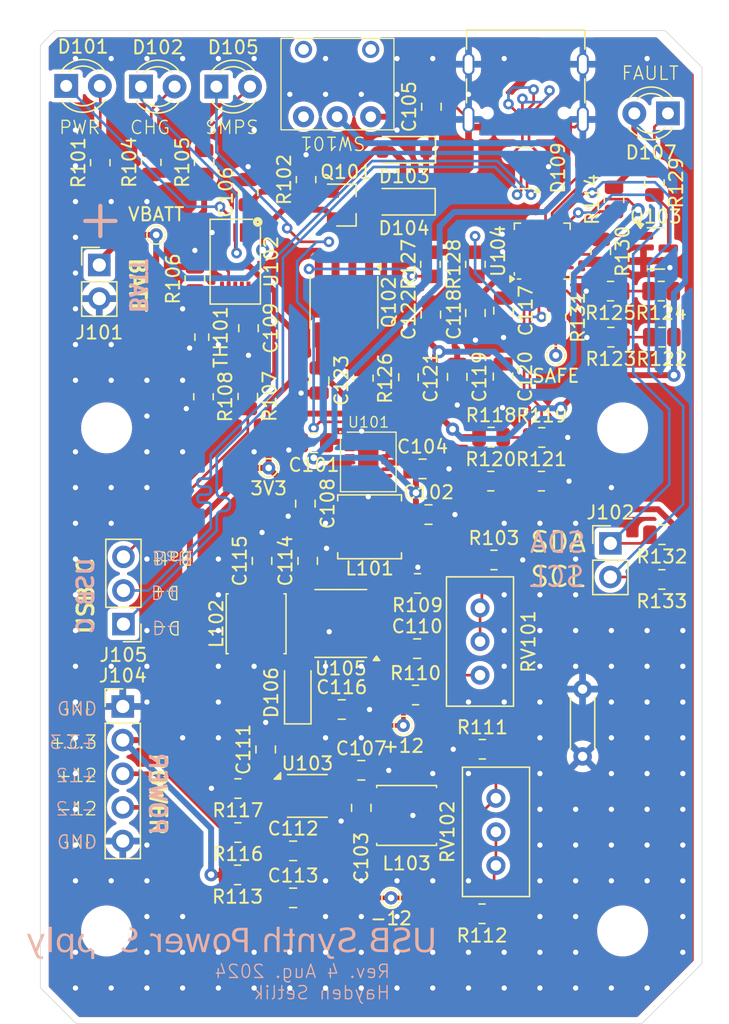
<source format=kicad_pcb>
(kicad_pcb (version 20240108) (generator "pcbnew") (generator_version "8.0")
  (layers (0 "F.Cu" signal) (1 "In1.Cu" signal) (2 "In2.Cu" signal) (31 "B.Cu" signal) (34 "B.Paste" user) (35 "F.Paste" user) (36 "B.SilkS" user "B.Silkscreen") (37 "F.SilkS" user "F.Silkscreen") (38 "B.Mask" user) (39 "F.Mask" user) (44 "Edge.Cuts" user))
  (net 0 "")
  (net 1 "V_PWR")
  (net 2 "GND")
  (net 3 "Net-(U103-BST)")
  (net 4 "VCC")
  (net 5 "VDD")
  (net 6 "+3.3V")
  (net 7 "Net-(U103-LX)")
  (net 8 "VBATT")
  (net 9 "Net-(U105-Vc)")
  (net 10 "Net-(C110-Pad2)")
  (net 11 "Net-(U103-SS)")
  (net 12 "Net-(U103-VCC)")
  (net 13 "Net-(R103-Pad1)")
  (net 14 "Net-(U103-FB)")
  (net 15 "Net-(R112-Pad1)")
  (net 16 "/NRST")
  (net 17 "Net-(U103-EN{slash}UVLO)")
  (net 19 "+12V")
  (net 20 "-12V")
  (net 21 "Net-(D101-K)")
  (net 22 "Net-(D101-A)")
  (net 23 "Net-(D102-A)")
  (net 24 "Net-(D102-K)")
  (net 25 "Net-(D104-A)")
  (net 26 "Net-(D105-K)")
  (net 27 "Net-(D105-A)")
  (net 28 "Net-(D106-A)")
  (net 29 "Net-(U104-VCCD)")
  (net 31 "Net-(C121-Pad2)")
  (net 33 "BATT_REF")
  (net 34 "Net-(L101-Pad2)")
  (net 35 "Net-(L101-Pad1)")
  (net 36 "Net-(U102-PROG)")
  (net 37 "Net-(U105-FB)")
  (net 38 "Net-(U102-THERM)")
  (net 41 "USBC_D+")
  (net 42 "USBC_D-")
  (net 43 "/VBUS")
  (net 44 "Net-(D107-K)")
  (net 45 "SCL")
  (net 46 "SDA")
  (net 47 "/CC2")
  (net 48 "/CC1")
  (net 49 "Net-(Q102A-G1)")
  (net 50 "Net-(Q102A-S1)")
  (net 51 "Net-(Q103-D)")
  (net 52 "Net-(Q103-G)")
  (net 53 "Net-(U104-FLIP)")
  (net 54 "/VBUS_MIN")
  (net 55 "/VBUS_MAX")
  (net 56 "/I_COARSE")
  (net 57 "/I_FINE")
  (net 58 "Net-(U104-VBUS_FET_EN)")
  (net 59 "Net-(U104-SAFE_PWR_EN)")
  (net 60 "Net-(R131-Pad2)")
  (footprint "Resistor_SMD:R_0805_2012Metric" (layer "F.Cu") (at 4.525 9.975 90)
    (property "Reference" "R101")
    (property "Value" "470")
  )
  (footprint "Resistor_SMD:R_0805_2012Metric" (layer "F.Cu") (at 46.975 38.075 180)
    (property "Reference" "R132")
    (property "Value" "2k2")
  )
  (footprint "Connector_USB:USB_C_Receptacle_Palconn_UTC16-G" (layer "F.Cu") (at 36.675 4.775 180)
    (property "Reference" "J103" (hide yes))
    (property "Value" "USB_C")
  )
  (footprint "Capacitor_SMD:C_0805_2012Metric" (layer "F.Cu") (at 20.200001 40.05 90)
    (property "Reference" "C114")
    (property "Value" "1u")
  )
  (footprint "Resistor_SMD:R_0805_2012Metric" (layer "F.Cu") (at 11.675 18.75 90)
    (property "Reference" "R106")
    (property "Value" "3k3")
  )
  (footprint "Connector_PinHeader_2.54mm:PinHeader_1x03_P2.54mm_Vertical" (layer "F.Cu") (at 6.275 44.825 180)
    (property "Reference" "J105")
    (property "Value" "DATA1")
  )
  (footprint "Resistor_SMD:R_0805_2012Metric" (layer "F.Cu") (at 34.0625 30.7)
    (property "Reference" "R118")
    (property "Value" "DNP")
  )
  (footprint "Resistor_SMD:R_0805_2012Metric" (layer "F.Cu") (at 43.087499 19.675 180)
    (property "Reference" "R125")
    (property "Value" "100")
  )
  (footprint "TestPoint:TestPoint_THTPad_D1.0mm_Drill0.5mm_VAL" (layer "F.Cu") (at 8.75 15.425 180)
    (property "Reference" "TP103" (hide yes))
    (property "Value" "VBATT")
  )
  (footprint "Capacitor_SMD:C_0805_2012Metric" (layer "F.Cu") (at 16.750001 40.05 90)
    (property "Reference" "C115")
    (property "Value" "22u")
  )
  (footprint "Resistor_SMD:R_0805_2012Metric" (layer "F.Cu") (at 46.9625 41.45 180)
    (property "Reference" "R133")
    (property "Value" "2k2")
  )
  (footprint "Capacitor_SMD:C_0805_2012Metric" (layer "F.Cu") (at 35 21.15 -90)
    (property "Reference" "C117")
    (property "Value" "4u7")
  )
  (footprint "Resistor_SMD:R_0805_2012Metric" (layer "F.Cu") (at 28.35 50.179999)
    (property "Reference" "R110")
    (property "Value" "33k")
  )
  (footprint "Resistor_SMD:R_0805_2012Metric" (layer "F.Cu") (at 32.875 17.649999 90)
    (property "Reference" "R128")
    (property "Value" "2k2")
  )
  (footprint "Capacitor_SMD:C_0805_2012Metric" (layer "F.Cu") (at 28.8791 33.1)
    (property "Reference" "C104")
    (property "Value" "100n")
  )
  (footprint "TestPoint:TestPoint_THTPad_D1.0mm_Drill0.5mm_VAL" (layer "F.Cu") (at 27.425 52.475)
    (property "Reference" "TP105" (hide yes))
    (property "Value" "+12")
  )
  (footprint "Potentiometer_THT:Potentiometer_Bourns_3296W_Vertical" (layer "F.Cu") (at 34.425 57.975 90)
    (property "Reference" "RV102")
    (property "Value" "10k")
  )
  (footprint "Package_DFN_QFN:QFN-24-1EP_4x4mm_P0.5mm_EP2.75x2.75mm" (layer "F.Cu") (at 37.925 16.650001 90)
    (property "Reference" "U104")
    (property "Value" "CYPD3177-24LQ")
  )
  (footprint "Capacitor_SMD:C_0805_2012Metric" (layer "F.Cu") (at 29.3291 36.55)
    (property "Reference" "C102")
    (property "Value" "10u")
  )
  (footprint "Resistor_SMD:R_0805_2012Metric" (layer "F.Cu") (at 34.0375 34.025)
    (property "Reference" "R120")
    (property "Value" "DNP")
  )
  (footprint "Resistor_SMD:R_0805_2012Metric" (layer "F.Cu") (at 37.8875 30.725)
    (property "Reference" "R119")
    (property "Value" "100")
  )
  (footprint "Resistor_SMD:R_0805_2012Metric" (layer "F.Cu") (at 37.8625 34.025)
    (property "Reference" "R121")
    (property "Value" "100")
  )
  (footprint "Resistor_SMD:R_0805_2012Metric" (layer "F.Cu") (at 15.675 27.625 -90)
    (property "Reference" "R107")
    (property "Value" "33k")
  )
  (footprint "Package_SO:SOIC-8_3.9x4.9mm_P1.27mm" (layer "F.Cu") (at 22.700002 44.775 180)
    (property "Reference" "U105")
    (property "Value" "CS5173")
  )
  (footprint "Resistor_SMD:R_0805_2012Metric" (layer "F.Cu") (at 12.375 9.95 90)
    (property "Reference" "R105")
    (property "Value" "680")
  )
  (footprint "Resistor_SMD:R_0805_2012Metric" (layer "F.Cu") (at 46.9625 23.15 180)
    (property "Reference" "R122")
    (property "Value" "10k")
  )
  (footprint "Package_SON:Texas_S-PVSON-N14" (layer "F.Cu") (at 24.7791 30.925)
    (property "Reference" "U101")
    (property "Value" "TPS63021")
  )
  (footprint "Capacitor_SMD:C_0805_2012Metric" (layer "F.Cu") (at 19.1 61.95)
    (property "Reference" "C112")
    (property "Value" "4n7")
  )
  (footprint "Capacitor_SMD:C_0805_2012Metric" (layer "F.Cu") (at 15.7 12.2 90)
    (property "Reference" "C106")
    (property "Value" "2u2")
  )
  (footprint "Resistor_SMD:R_0805_2012Metric" (layer "F.Cu") (at 14.925 57.24 180)
    (property "Reference" "R117")
    (property "Value" "100k")
  )
  (footprint "Package_SO:MSOP-10_3x3mm_P0.5mm" (layer "F.Cu") (at 14.725 17.45 -90)
    (property "Reference" "U102")
    (property "Value" "MCP73834T" (hide yes))
  )
  (footprint "LED_THT:LED_D3.0mm" (layer "F.Cu") (at 7.6 4.225)
    (property "Reference" "D102")
    (property "Value" "CHG")
  )
  (footprint "PCM_4ms_Package_SOT:SOT-23" (layer "F.Cu") (at 23.1 13.175)
    (property "Reference" "Q101")
    (property "Value" "BSH205G2A")
  )
  (footprint "Resistor_SMD:R_0805_2012Metric" (layer "F.Cu") (at 46.9125 19.675 180)
    (property "Reference" "R124")
    (property "Value" "DNP")
  )
  (footprint "Package_SO:SOIC-8_3.9x4.9mm_P1.27mm" (layer "F.Cu") (at 22.94 20.524999 -90)
    (property "Reference" "Q102")
    (property "Value" "DMP6050SSD")
  )
  (footprint "Resistor_SMD:R_0805_2012Metric" (layer "F.Cu") (at 8.375 9.95 90)
    (property "Reference" "R104")
    (property "Value" "470")
  )
  (footprint "Resistor_SMD:R_0805_2012Metric" (layer "F.Cu") (at 42.35 16.675 -90)
    (property "Reference" "R130")
    (property "Value" "10k")
  )
  (footprint "LED_THT:LED_D3.0mm" (layer "F.Cu") (at 1.95 4.175)
    (property "Reference" "D101")
    (property "Value" "PWR")
  )
  (footprint "Resistor_SMD:R_0805_2012Metric" (layer "F.Cu") (at 38.975 21.65 -90)
    (property "Reference" "R131")
    (property "Value" "2k2")
  )
  (footprint "Resistor_SMD:R_0805_2012Metric" (layer "F.Cu") (at 33.375 66.699999 180)
    (property "Reference" "R112")
    (property "Value" "33k")
  )
  (footprint "Potentiometer_THT:Potentiometer_Bourns_3296W_Vertical" (layer "F.Cu") (at 33.225 48.679999 -90)
    (property "Reference" "RV101")
    (property "Value" "10k")
  )
  (footprint "Capacitor_SMD:C_0805_2012Metric" (layer "F.Cu") (at 32.875 21.324999 -90)
    (property "Reference" "C118")
    (property "Value" "100n")
  )
  (footprint "Capacitor_SMD:C_0805_2012Metric" (layer "F.Cu") (at 20.025 35.725 -90)
    (property "Reference" "C108")
    (property "Value" "22u")
  )
  (footprint "Resistor_SMD:R_0805_2012Metric" (layer "F.Cu") (at 12.325 27.65 -90)
    (property "Reference" "R108")
    (property "Value" "100k")
  )
  (footprint "Resistor_SMD:R_0805_2012Metric" (layer "F.Cu") (at 24.405 26.249999 -90)
    (property "Reference" "R126")
    (property "Value" "22k")
  )
  (footprint "Resistor_SMD:R_0805_2012Metric" (layer "F.Cu") (at 43.35 12.75 90)
    (property "Reference" "R114")
    (property "Value" "4k7")
  )
  (footprint "TestPoint:TestPoint_THTPad_D1.0mm_Drill0.5mm_VAL" (layer "F.Cu") (at 26.5 65.5)
    (property "Reference" "TP101" (hide yes))
    (property "Value" "-12")
  )
  (footprint "Resistor_SMD:R_0805_2012Metric" (layer "F.Cu") (at 43.1125 23.15 180)
    (property "Reference" "R123")
    (property "Value" "5k1")
  )
  (footprint "Capacitor_SMD:C_0805_2012Metric" (layer "F.Cu") (at 28.475001 46.675)
    (property "Reference" "C110")
    (property "Value" "10n")
  )
  (footprint "Capacitor_SMD:C_0805_2012Metric" (layer "F.Cu") (at 24.25 58.7 90)
    (property "Reference" "C103")
    (property "Value" "100n")
  )
  (footprint "Connector_PinHeader_2.54mm:PinHeader_1x05_P2.54mm_Vertical" (layer "F.Cu") (at 6.225 51.045)
    (property "Reference" "J104")
    (property "Value" "PWR")
  )
  (footprint "Package_TO_SOT_SMD:SOT-143" (layer "F.Cu") (at 36.55 10.375 180)
    (property "Reference" "D109")
    (property "Value" "SP0503BAHT")
  )
  (footprint "Capacitor_SMD:C_0805_2012Metric" (layer "F.Cu") (at 34.96 26.125001 -90)
    (property "Reference" "C120")
    (property "Value" "4u7")
  )
  (footprint "Resistor_SMD:R_0805_2012Metric" (layer "F.Cu") (at 20.075 11.25 90)
    (property "Reference" "R102")
    (property "Value" "10k")
  )
  (footprint "Capacitor_SMD:C_0805_2012Metric" (layer "F.Cu") (at 21.065 26.424999 -90)
    (property "Reference" "C123")
    (property "Value" "1u")
  )
  (footprint "Resistor_SMD:R_0805_2012Metric" (layer "F.Cu") (at 29.475 17.649999 90)
    (property "Reference" "R127")
    (property "Value" "2k2")
  )
  (footprint "Connector_PinHeader_2.54mm:PinHeader_1x02_P2.54mm_Vertical" (layer "F.Cu") (at 4.45 17.7)
    (property "Reference" "J101")
    (property "Value" "BATTERY")
  )
  (footprint "TestPoint:TestPoint_THTPad_D1.0mm_Drill0.5mm_VAL" (layer "F.Cu") (at 38.95 24.525)
    (property "Reference" "TP104" (hide yes))
    (property "Value" "SAFE")
  )
  (footprint "Capacitor_SMD:C_0805_2012Metric" (layer "F.Cu") (at 17.024999 54.29 90)
    (property "Reference" "C111")
    (property "Value" "4u7")
  )
  (footprint "Diode_SMD:D_SOD-123" (layer "F.Cu") (at 19.450002 50 90)
    (property "Reference" "D106")
    (property "Value" "PMEG3030")
  )
  (footprint "Diode_SMD:D_SOD-123" (layer "F.Cu") (at 27.475 12.925 180)
    (property "Reference" "D104")
    (property "Value" "PMEG3030")
  )
  (footprint "Diode_SMD:D_SOD-123" (layer "F.Cu") (at 27.5 9 180)
    (property "Reference" "D103")
    (property "Value" "PMEG3030")
  )
  (footprint "Capacitor_SMD:C_0805_2012Metric" (layer "F.Cu") (at 27.815 26.174999 -90)
    (property "Reference" "C121")
    (property "Value" "4u7")
  )
  (footprint "Capacitor_SMD:C_0805_2012Metric" (layer "F.Cu") (at 31.5 26.15 -90)
    (property "Reference" "C119")
    (property "Value" "100n")
  )
  (footprint "Resistor_SMD:R_0805_2012Metric" (layer "F.Cu") (at 46.4 11.5 -90)
    (property "Reference" "R129")
    (property "Value" "10k")
  )
  (footprint "Resistor_SMD:R_0805_2012Metric" (layer "F.Cu") (at 34.275 39.979999)
    (property "Reference" "R103")
    (property "Value" "1k")
  )
  (footprint "Resistor_THT:R_Axial_DIN0204_L3.6mm_D1.6mm_P5.08mm_Horizontal" (layer "F.Cu") (at 40.975 54.815 90)
    (property "Reference" "R115" (hide yes))
    (property "Value" "LOOP")
  )
  (footprint "Inductor_SMD:L_Changjiang_FNR4010S" (layer "F.Cu") (at 27.675 59.275)
    (property "Reference" "L103")
    (property "Value" "22uH")
  )
  (footprint "Capacitor_SMD:C_0805_2012Metric" (layer "F.Cu") (at 19.1 65.5)
    (property "Reference" "C113")
    (property "Value" "2u2")
  )
  (footprint "Resistor_SMD:R_0805_2012Metric" (layer "F.Cu") (at 14.925 60.565)
    (property "Reference" "R116")
    (property "Value" "330k")
  )
  (footprint "Inductor_SMD:L_Changjiang_FNR4010S" (layer "F.Cu") (at 16.300001 44.8 90)
    (property "Reference" "L102")
    (property "Value" "22uH")
  )
  (footprint "Package_TO_SOT_SMD:SOT-23" (layer "F.Cu") (at 46.5125 16.45)
    (property "Reference" "Q103")
    (property "Value" "2N7002H")
  )
  (footprint "Capacitor_SMD:C_0805_2012Metric" (layer "F.Cu") (at 20.675 31.125 180)
    (property "Reference" "C101")
    (property "Value" "10u")
  )
  (footprint "LED_THT:LED_D3.0mm" (layer "F.Cu") (at 47.425 6.25 180)
    (property "Reference" "D107")
    (property "Value" "USB")
  )
  (footprint "MountingHole:MountingHole_3.5mm" (layer "F.Cu") (at 44 30)
    (property "Reference" "REF**" (hide yes))
    (property "Value" "MountingHole_3.5mm")
  )
  (footprint "Capacitor_SMD:C_0805_2012Metric" (layer "F.Cu") (at 24.25 55.865001 180)
    (property "Reference" "C107")
    (property "Value" "22u")
  )
  (footprint "LED_THT:LED_D3.0mm" (layer "F.Cu") (at 13.3 4.225)
    (property "Reference" "D105")
    (property "Value" "SMPS")
  )
  (footprint "MountingHole:MountingHole_3.5mm" (layer "F.Cu") (at 44 68)
    (property "Reference" "REF**" (hide yes))
    (property "Value" "MountingHole_3.5mm")
  )
  (footprint "Inductor_SMD:L_Coilcraft_XAL4020-XXX" (layer "F.Cu") (at 24.8791 37.475 180)
    (property "Reference" "L101")
    (property "Value" "1u5")
  )
  (footprint "Resistor_SMD:R_0805_2012Metric" (layer "F.Cu") (at 14.9 63.765 180)
    (property "Reference" "R113")
    (property "Value" "4k7")
  )
  (footprint "Button_Switch_THT:SW_NKK_B12JH_SPDT" (layer "F.Cu") (at 24.964201 6.5021 180)
    (property "Reference" "SW101")
    (property "Value" "SW_SPDT")
  )
  (footprint "Package_DFN_QFN:TDFN-12-1EP_3x3mm_P0.4mm_EP1.7x2.45mm" (layer "F.Cu") (at 20.175 57.8)
    (property "Reference" "U103")
    (property "Value" "MAX17578ATC")
  )
  (footprint "MountingHole:MountingHole_3.5mm" (layer "F.Cu") (at 5 68)
    (property "Reference" "REF**" (hide yes))
    (property "Value" "MountingHole_3.5mm")
  )
  (footprint "Connector_PinHeader_2.54mm:PinHeader_1x02_P2.54mm_Vertical" (layer "F.Cu") (at 43.075 38.725)
    (property "Reference" "J102")
    (property "Value" "I2C")
  )
  (footprint "TestPoint:TestPoint_THTPad_D1.0mm_Drill0.5mm_VAL" (layer "F.Cu") (at 17.25 33.025)
    (property "Reference" "TP102" (hide yes))
    (property "Value" "3V3")
  )
  (footprint "Capacitor_SMD:C_0805_2012Metric" (layer "F.Cu") (at 22.775002 51.275)
    (property "Reference" "C116")
    (property "Value" "22u")
  )
  (footprint "MountingHole:MountingHole_3.5mm" (layer "F.Cu") (at 5 30)
    (property "Reference" "REF**" (hide yes))
    (property "Value" "MountingHole_3.5mm")
  )
  (footprint "Resistor_SMD:R_0805_2012Metric" (layer "F.Cu") (at 33.4 54.275)
    (property "Reference" "R111")
    (property "Value" "470k")
  )
  (footprint "Resistor_SMD:R_0603_1608Metric" (layer "F.Cu") (at 12.2 23.15 -90)
    (property "Reference" "TH101")
    (property "Value" "10k")
  )
  (footprint "Resistor_SMD:R_0805_2012Metric" (layer "F.Cu") (at 28.5 41.75 180)
    (property "Reference" "R109")
    (property "Value" "4k7")
  )
  (footprint "Capacitor_SMD:C_0805_2012Metric" (layer "F.Cu") (at 15.725 22.475 -90)
    (property "Reference" "C109")
    (property "Value" "10u")
  )
  (footprint "Capacitor_SMD:C_0805_2012Metric" (layer "F.Cu") (at 29.55 5.75 90)
    (property "Reference" "C105")
    (property "Value" "1u")
  )
  (footprint "Capacitor_SMD:C_0805_2012Metric" (layer "F.Cu") (at 29.51 21.449999 90)
    (property "Reference" "C122")
    (property "Value" "100n")
  )
  (gr_poly (pts (xy 1.1 0) (xy 47.225 0) (xy 50 2.775) (xy 50 70.45) (xy 45.45 75) (xy 2.7 75) (xy 0 72.3) (xy 0 1.1)) (stroke (width 0.05)) (fill none) (layer "Edge.Cuts"))
  (gr_text "POWER" (at 8.145 60.86 270) (layer "B.SilkS") (effects (font (size 1.2 1.2) (thickness 0.24) (bold yes)) (justify left bottom mirror)))
  (gr_text "Batt" (at 8.365 39.205 180) (layer "B.SilkS") (effects (font (size 1 1) (thickness 0.1)) (justify left bottom mirror)))
  (gr_text "BATT" (at 6.675 21.475 270) (layer "B.SilkS") (effects (font (size 1.2 1.2) (thickness 0.24) (bold yes)) (justify left bottom mirror)))
  (gr_text "SCL" (at 41.225 42.125 0) (layer "B.SilkS") (effects (font (size 1.5 1.5) (thickness 0.1875)) (justify left bottom mirror)))
  (gr_text "D+" (at 8.275 41.825 180) (layer "B.SilkS") (effects (font (size 1 1) (thickness 0.1)) (justify left bottom mirror)))
  (gr_text "+12" (at 4.355 56.85 0) (layer "B.SilkS") (effects (font (size 1 1) (thickness 0.1)) (justify left bottom mirror)))
  (gr_text "D-" (at 8.365001 44.485 180) (layer "B.SilkS") (effects (font (size 1 1) (thickness 0.1)) (justify left bottom mirror)))
  (gr_text "+" (at 2.475 15.9 0) (layer "B.SilkS") (effects (font (size 3 3) (thickness 0.3) (bold yes)) (justify left bottom)))
  (gr_text "-12" (at 4.355 59.365 0) (layer "B.SilkS") (effects (font (size 1 1) (thickness 0.1)) (justify left bottom mirror)))
  (gr_text "+3.3" (at 4.355 54.335 0) (layer "B.SilkS") (effects (font (size 1 1) (thickness 0.1)) (justify left bottom mirror)))
  (gr_text "USB C" (at 4.115 39.685 90) (layer "B.SilkS") (effects (font (size 1.2 1.2) (thickness 0.24) (bold yes)) (justify left bottom mirror)))
  (gr_text "GND" (at 4.355 61.88 0) (layer "B.SilkS") (effects (font (size 1 1) (thickness 0.1)) (justify left bottom mirror)))
  (gr_text "USB Synth Power Supply" (at 29.95 69.9 0) (layer "B.SilkS") (effects (font (size 1.8 1.8) (thickness 0.1)) (justify left bottom mirror)))
  (gr_text "Rev. 4 Aug. 2024\nHayden Setlik" (at 26.5 73.25 0) (layer "B.SilkS") (effects (font (size 1 1) (thickness 0.1)) (justify left bottom mirror)))
  (gr_text "SDA" (at 41.325 39.55 0) (layer "B.SilkS") (effects (font (size 1.5 1.5) (thickness 0.1875)) (justify left bottom mirror)))
  (gr_text "GND" (at 4.355 51.82 0) (layer "B.SilkS") (effects (font (size 1 1) (thickness 0.1)) (justify left bottom mirror)))
  (gr_text "+12" (at 1.089762 56.84 0) (layer "F.SilkS") (effects (font (size 1 1) (thickness 0.1)) (justify left bottom)))
  (gr_text "CHG" (at 6.7 7.9 0) (layer "F.SilkS") (effects (font (size 1 1) (thickness 0.1)) (justify left bottom)))
  (gr_text "D-" (at 10.695 44.515 180) (layer "F.SilkS") (effects (font (size 1 1) (thickness 0.1)) (justify left bottom)))
  (gr_text "SMPS" (at 12.38 7.89 0) (layer "F.SilkS") (effects (font (size 1 1) (thickness 0.1)) (justify left bottom)))
  (gr_text "USB C" (at 4.125 45.705 90) (layer "F.SilkS") (effects (font (size 1.2 1.2) (thickness 0.24) (bold yes)) (justify left bottom)))
  (gr_text "POWER" (at 8.185 54.45 270) (layer "F.SilkS") (effects (font (size 1.2 1.2) (thickness 0.24) (bold yes)) (justify left bottom)))
  (gr_text "Batt" (at 11.625 39.245 180) (layer "F.SilkS") (effects (font (size 1 1) (thickness 0.1)) (justify left bottom)))
  (gr_text "+3.3" (at 0.613572 54.325 0) (layer "F.SilkS") (effects (font (size 1 1) (thickness 0.1)) (justify left bottom)))
  (gr_text "-12" (at 1.089762 59.355 0) (layer "F.SilkS") (effects (font (size 1 1) (thickness 0.1)) (justify left bottom)))
  (gr_text "BATT" (at 6.65 17.025 270) (layer "F.SilkS") (effects (font (size 1.2 1.2) (thickness 0.24) (bold yes)) (justify left bottom)))
  (gr_text "GND" (at 1.185 51.81 0) (layer "F.SilkS") (effects (font (size 1 1) (thickness 0.1)) (justify left bottom)))
  (gr_text "+" (at 2.475 15.9 0) (layer "F.SilkS") (effects (font (size 3 3) (thickness 0.3) (bold yes)) (justify left bottom)))
  (gr_text "GND" (at 1.185 61.87 0) (layer "F.SilkS") (effects (font (size 1 1) (thickness 0.1)) (justify left bottom)))
  (gr_text "D+" (at 10.605 41.855 180) (layer "F.SilkS") (effects (font (size 1 1) (thickness 0.1)) (justify left bottom)))
  (gr_text "SCL" (at 36.9 42.125 0) (layer "F.SilkS") (effects (font (size 1.5 1.5) (thickness 0.1875)) (justify left bottom)))
  (gr_text "PWR" (at 1.34 7.9 0) (layer "F.SilkS") (effects (font (size 1 1) (thickness 0.1)) (justify left bottom)))
  (gr_text "FAULT" (at 43.85 3.8 0) (layer "F.SilkS") (effects (font (size 1 1) (thickness 0.1)) (justify left bottom)))
  (gr_text "SDA" (at 36.9 39.5 0) (layer "F.SilkS") (effects (font (size 1.5 1.5) (thickness 0.1875)) (justify left bottom)))
  (segment (start 16.750001 40.999999) (end 20.200001 40.999999) (width 0.45) (layer "F.Cu") (net 1))
  (segment (start 27.4541 32.625) (end 26.1791 32.625) (width 0.45) (layer "F.Cu") (net 1))
  (segment (start 21.689999 31.06) (end 23.3791 31.06) (width 0.45) (layer "F.Cu") (net 1))
  (segment (start 28.3791 36.55) (end 28.3791 38.5959) (width 0.45) (layer "F.Cu") (net 1))
  (segment (start 20.225002 41.025) (end 20.200001 40.999999) (width 0.45) (layer "F.Cu") (net 1))
  (segment (start 25.175002 41.799998) (end 25.175002 42.87) (width 0.45) (layer "F.Cu") (net 1))
  (segment (start 20.225002 42.87) (end 25.175002 42.87) (width 0.45) (layer "F.Cu") (net 1))
  (segment (start 21.624999 31.125) (end 21.689999 31.06) (width 0.45) (layer "F.Cu") (net 1))
  (segment (start 26.1791 31.625) (end 26.1791 33.125) (width 0.2) (layer "F.Cu") (net 1))
  (segment (start 21.624999 31.3001) (end 20.662875 32.262224) (width 0.45) (layer "F.Cu") (net 1))
  (segment (start 28.3791 33.55) (end 27.9291 33.1) (width 0.45) (layer "F.Cu") (net 1))
  (segment (start 16.300001 41.449999) (end 16.750001 40.999999) (width 0.45) (layer "F.Cu") (net 1))
  (segment (start 20.225002 42.87) (end 20.225002 41.025) (width 0.45) (layer "F.Cu") (net 1))
  (segment (start 27.9291 33.1) (end 27.4541 32.625) (width 0.45) (layer "F.Cu") (net 1))
  (segment (start 21.624999 31.125) (end 21.624999 31.3001) (width 0.45) (layer "F.Cu") (net 1))
  (segment (start 28.3791 34.9) (end 28.3791 33.55) (width 0.45) (layer "F.Cu") (net 1))
  (segment (start 28.3791 36.55) (end 28.3791 34.9) (width 0.45) (layer "F.Cu") (net 1))
  (segment (start 16.300001 43.3) (end 16.300001 41.449999) (width 0.45) (layer "F.Cu") (net 1))
  (segment (start 28.3791 38.5959) (end 25.175002 41.799998) (width 0.45) (layer "F.Cu") (net 1))
  (via (at 28.3791 34.9) (size 1) (drill 0.5) (layers "F.Cu" "B.Cu") (net 1))
  (via (at 20.662875 32.262224) (size 1) (drill 0.5) (layers "F.Cu" "B.Cu") (net 1))
  (segment (start 24.422101 8.5) (end 22.424201 6.5021) (width 0.45) (layer "B.Cu") (net 1))
  (segment (start 30.175 14.775) (end 31.25 13.7) (width 0.45) (layer "B.Cu") (net 1))
  (segment (start 39.85 9.65) (end 38.7 8.5) (width 0.45) (layer "B.Cu") (net 1))
  (segment (start 31.25 13.7) (end 38.125 13.7) (width 0.45) (layer "B.Cu") (net 1))
  (segment (start 22.225 30.700099) (end 22.225 27.1) (width 0.45) (layer "B.Cu") (net 1))
  (segment (start 39.85 11.975) (end 39.85 9.65) (width 0.45) (layer "B.Cu") (net 1))
  (segment (start 20.662875 32.262224) (end 25.741324 32.262224) (width 0.45) (layer "B.Cu") (net 1))
  (segment (start 38.125 13.7) (end 39.85 11.975) (width 0.45) (layer "B.Cu") (net 1))
  (segment (start 30.175 19.15) (end 30.175 14.775) (width 0.45) (layer "B.Cu") (net 1))
  (segment (start 22.225 27.1) (end 30.175 19.15) (width 0.45) (layer "B.Cu") (net 1))
  (segment (start 20.662875 32.262224) (end 22.225 30.700099) (width 0.45) (layer "B.Cu") (net 1))
  (segment (start 25.741324 32.262224) (end 28.3791 34.9) (width 0.45) (layer "B.Cu") (net 1))
  (segment (start 38.7 8.5) (end 24.422101 8.5) (width 0.45) (layer "B.Cu") (net 1))
  (segment (start 15.725 23.424999) (end 15.725 24.525) (width 0.2) (layer "F.Cu") (net 2))
  (segment (start 12.325 28.5625) (end 11.0375 28.5625) (width 0.2) (layer "F.Cu") (net 2))
  (segment (start 34.925001 15.400001) (end 34.9 15.375) (width 0.2) (layer "F.Cu") (net 2))
  (segment (start 34.96 27.075) (end 34.96 28.44) (width 0.2) (layer "F.Cu") (net 2))
  (segment (start 42.2 23.15) (end 41.325 23.15) (width 0.2) (layer "F.Cu") (net 2))
  (segment (start 27.5875 41.4625) (end 28.525 40.525) (width 0.2) (layer "F.Cu") (net 2))
  (segment (start 37.55 11.125) (end 38.4 10.275) (width 0.2) (layer "F.Cu") (net 2))
  (segment (start 20.225002 45.41) (end 21.815 45.41) (width 0.2) (layer "F.Cu") (net 2))
  (segment (start 11.0375 28.5625) (end 11.025 28.55) (width 0.2) (layer "F.Cu") (net 2))
  (segment (start 38.8 30.725) (end 39.85 30.725) (width 0.2) (layer "F.Cu") (net 2))
  (segment (start 16.750001 37.900001) (end 16.75 37.9) (width 0.2) (layer "F.Cu") (net 2))
  (segment (start 35.95 16.900001) (end 37.675 16.900001) (width 0.2) (layer "F.Cu") (net 2))
  (segment (start 12.2 23.975) (end 11.275 23.975) (width 0.2) (layer "F.Cu") (net 2))
  (segment (start 21.065 27.374998) (end 19.700002 27.374998) (width 0.2) (layer "F.Cu") (net 2))
  (segment (start 47.075 17.4) (end 47.575 17.9) (width 0.2) (layer "F.Cu") (net 2))
  (segment (start 41.325 23.15) (end 41.3 23.175) (width 0.2) (layer "F.Cu") (net 2))
  (segment (start 45.3875 17.5875) (end 45.575 17.4) (width 0.2) (layer "F.Cu") (net 2))
  (segment (start 27.5875 41.75) (end 27.5875 41.4625) (width 0.2) (layer "F.Cu") (net 2))
  (segment (start 36.675 15.400001) (end 37.925 16.650001) (width 0.2) (layer "F.Cu") (net 2))
  (segment (start 16.750001 39.100001) (end 16.750001 37.900001) (width 0.2) (layer "F.Cu") (net 2))
  (segment (start 29.175 59.275) (end 28.15 59.275) (width 0.2) (layer "F.Cu") (net 2))
  (segment (start 25.199999 55.865001) (end 26.315001 55.865001) (width 0.2) (layer "F.Cu") (net 2))
  (segment (start 14.0125 57.24) (end 12.94 57.24) (width 0.2) (layer "F.Cu") (net 2))
  (segment (start 30.2791 36.55) (end 31.3291 36.55) (width 0.2) (layer "F.Cu") (net 2))
  (segment (start 20.075 10.3375) (end 20.075 9.375) (width 0.2) (layer "F.Cu") (net 2))
  (segment (start 35.950001 15.400001) (end 34.925001 15.400001) (width 0.2) (layer "F.Cu") (net 2))
  (segment (start 24.2791 30.2541) (end 24.275 30.25) (width 0.2) (layer "F.Cu") (net 2))
  (segment (start 23.3791 31.625) (end 24.0041 31.625) (width 0.2) (layer "F.Cu") (net 2))
  (segment (start 17.024999 52.250001) (end 17.025 52.25) (width 0.2) (layer "F.Cu") (net 2))
  (segment (start 24.7791 34.125) (end 24.7791 35.1959) (width 0.2) (layer "F.Cu") (net 2))
  (segment (start 22.12136 58) (end 22.725 58.60364) (width 0.2) (layer "F.Cu") (net 2))
  (segment (start 40.415 7.285) (end 40.995 6.705) (width 0.2) (layer "F.Cu") (net 2))
  (segment (start 22.725 58.60364) (end 22.725 59.7) (width 0.2) (layer "F.Cu") (net 2))
  (segment (start 19.325 31.125) (end 18.775 31.675) (width 0.2) (layer "F.Cu") (net 2))
  (segment (start 35 22.099999) (end 35 23.175) (width 0.2) (layer "F.Cu") (net 2))
  (segment (start 32.875 22.274998) (end 32.875 23.375) (width 0.2) (layer "F.Cu") (net 2))
  (segment (start 33.475 7.285) (end 32.935 7.285) (width 0.2) (layer "F.Cu") (net 2))
  (segment (start 24.7791 35.1959) (end 24.775 35.2) (width 0.2) (layer "F.Cu") (net 2))
  (segment (start 21.624999 39.100001) (end 21.625 39.1) (width 0.2) (layer "F.Cu") (net 2))
  (segment (start 18.725001 36.674999) (end 18.725 36.675) (width 0.2) (layer "F.Cu") (net 2))
  (segment (start 29.55 4.800001) (end 30.450001 4.800001) (width 0.2) (layer "F.Cu") (net 2))
  (segment (start 39.875 7.285) (end 40.415 7.285) (width 0.2) (layer "F.Cu") (net 2))
  (segment (start 24.0041 31.625) (end 24.7791 32.4) (width 0.2) (layer "F.Cu") (net 2))
  (segment (start 20.225002 44.14) (end 20.225002 45.41) (width 0.2) (layer "F.Cu") (net 2))
  (segment (start 13.725 15.25) (end 12.975 15.25) (width 0.2) (layer "F.Cu") (net 2))
  (segment (start 32.4875 54.275) (end 31.2 54.275) (width 0.2) (layer "F.Cu") (net 2))
  (segment (start 38.775 34.025) (end 39.95 34.025) (width 0.2) (layer "F.Cu") (net 2))
  (segment (start 34.96 28.44) (end 34.925 28.475) (width 0.2) (layer "F.Cu") (net 2))
  (segment (start 21.625 58) (end 22.12136 58) (width 0.2) (layer "F.Cu") (net 2))
  (segment (start 31.5 27.099999) (end 31.5 28.275) (width 0.2) (layer "F.Cu") (net 2))
  (segment (start 35.125001 16.900001) (end 34.925 16.7) (width 0.2) (layer "F.Cu") (net 2))
  (segment (start 21.815 45.41) (end 21.825 45.4) (width 0.2) (layer "F.Cu") (net 2))
  (segment (start 20.200001 39.100001) (end 21.624999 39.100001) (width 0.2) (layer "F.Cu") (net 2))
  (segment (start 30.450001 4.800001) (end 32.355 6.705) (width 0.2) (layer "F.Cu") (net 2))
  (segment (start 42.35 17.5875) (end 45.3875 17.5875) (width 0.2) (layer "F.Cu") (net 2))
  (segment (start 37.675 16.900001) (end 37.925 16.650001) (width 0.2) (layer "F.Cu") (net 2))
  (segment (start 32.935 7.285) (end 32.355 6.705) (width 0.2) (layer "F.Cu") (net 2))
  (segment (start 24.2791 31.125) (end 24.2791 30.2541) (width 0.2) (layer "F.Cu") (net 2))
  (segment (start 23.725001 51.275) (end 24.875 51.275) (width 0.2) (layer "F.Cu") (net 2))
  (segment (start 35.950001 15.400001) (end 36.675 15.400001) (width 0.2) (layer "F.Cu") (net 2))
  (segment (start 35.95 16.900001) (end 35.125001 16.900001) (width 0.2) (layer "F.Cu") (net 2))
  (segment (start 42.174999 19.675) (end 41.25 19.675) (width 0.2) (layer "F.Cu") (net 2))
  (segment (start 11.675 17.8375) (end 11.675 16.6) (width 0.2) (layer "F.Cu") (net 2))
  (segment (start 19.725001 31.125) (end 19.325 31.125) (width 0.2) (layer "F.Cu") (net 2))
  (segment (start 26.315001 55.865001) (end 26.325 55.875) (width 0.2) (layer "F.Cu") (net 2))
  (segment (start 17.024999 53.340001) (end 17.024999 52.250001) (width 0.2) (layer "F.Cu") (net 2))
  (segment (start 15.7 11.250001) (end 15.7 10.275) (width 0.2) (layer "F.Cu") (net 2))
  (segment (start 24.7791 32.4) (end 24.7791 32.625) (width 0.2) (layer "F.Cu") (net 2))
  (segment (start 29.8291 33.1) (end 30.8791 33.1) (width 0.2) (layer "F.Cu") (net 2))
  (segment (start 12.94 57.24) (end 12.925 57.225) (width 0.2) (layer "F.Cu") (net 2))
  (segment (start 35.1875 39.979999) (end 36.445001 39.979999) (width 0.2) (layer "F.Cu") (net 2))
  (segment (start 45.575 17.4) (end 47.075 17.4) (width 0.2) (layer "F.Cu") (net 2))
  (segment (start 20.025 36.674999) (end 18.725001 36.674999) (width 0.2) (layer "F.Cu") (net 2))
  (via (at 37.75 53.41) (size 0.8) (drill 0.4) (layers "F.Cu" "B.Cu") (net 2))
  (via (at 24.25 48.01) (size 0.8) (drill 0.4) (layers "F.Cu" "B.Cu") (net 2))
  (via (at 40.45 39.91) (size 0.8) (drill 0.4) (layers "F.Cu" "B.Cu") (net 2))
  (via (at 21.55 64.21) (size 0.8) (drill 0.4) (layers "F.Cu" "B.Cu") (net 2))
  (via (at 2.65 39.91) (size 0.8) (drill 0.4) (layers "F.Cu" "B.Cu") (net 2))
  (via (at 24.25 64.21) (size 0.8) (drill 0.4) (layers "F.Cu" "B.Cu") (net 2))
  (via (at 48.55 58.81) (size 0.8) (drill 0.4) (layers "F.Cu" "B.Cu") (net 2))
  (via (at 8.05 72.31) (size 0.8) (drill 0.4) (layers "F.Cu" "B.Cu") (net 2))
  (via (at 45.85 64.21) (size 0.8) (drill 0.4) (layers "F.Cu" "B.Cu") (net 2))
  (via (at 21.55 66.91) (size 0.8) (drill 0.4) (layers "F.Cu" "B.Cu") (net 2))
  (via (at 10.75 53.41) (size 0.8) (drill 0.4) (layers "F.Cu" "B.Cu") (net 2))
  (via (at 43.15 53.41) (size 0.8) (drill 0.4) (layers "F.Cu" "B.Cu") (net 2))
  (via (at 13.45 2.11) (size 0.8) (drill 0.4) (layers "F.Cu" "B.Cu") (net 2))
  (via (at 31.5 28.275) (size 0.8) (drill 0.4) (layers "F.Cu" "B.Cu") (net 2))
  (via (at 2.65 21.01) (size 0.8) (drill 0.4) (layers "F.Cu" "B.Cu") (net 2))
  (via (at 2.65 64.21) (size 0.8) (drill 0.4) (layers "F.Cu" "B.Cu") (net 2))
  (via (at 2.65 2.11) (size 0.8) (drill 0.4) (layers "F.Cu" "B.Cu") (net 2))
  (via (at 8.05 2.11) (size 0.8) (drill 0.4) (layers "F.Cu" "B.Cu") (net 2))
  (via (at 16.75 37.9) (size 0.8) (drill 0.4) (layers "F.Cu" "B.Cu") (net 2))
  (via (at 37.75 45.31) (size 0.8) (drill 0.4) (layers "F.Cu" "B.Cu") (net 2))
  (via (at 37.75 66.91) (size 0.8) (drill 0.4) (layers "F.Cu" "B.Cu") (net 2))
  (via (at 32.875 23.375) (size 0.8) (drill 0.4) (layers "F.Cu" "B.Cu") (net 2))
  (via (at 13.45 53.41) (size 0.8) (drill 0.4) (layers "F.Cu" "B.Cu") (net 2))
  (via (at 10.75 72.31) (size 0.8) (drill 0.4) (layers "F.Cu" "B.Cu") (net 2))
  (via (at 2.65 18.31) (size 0.8) (drill 0.4) (layers "F.Cu" "B.Cu") (net 2))
  (via (at 13.45 42.61) (size 0.8) (drill 0.4) (layers "F.Cu" "B.Cu") (net 2))
  (via (at 48.55 45.31) (size 0.8) (drill 0.4) (layers "F.Cu" "B.Cu") (net 2))
  (via (at 31.3291 36.55) (size 0.8) (drill 0.4) (layers "F.Cu" "B.Cu") (net 2))
  (via (at 37.75 58.81) (size 0.8) (drill 0.4) (layers "F.Cu" "B.Cu") (net 2))
  (via (at 35.05 50.71) (size 0.8) (drill 0.4) (layers "F.Cu" "B.Cu") (net 2))
  (via (at 21.825 45.4) (size 0.8) (drill 0.4) (layers "F.Cu" "B.Cu") (net 2))
  (via (at 2.65 37.21) (size 0.8) (drill 0.4) (layers "F.Cu" "B.Cu") (net 2))
  (via (at 48.55 48.01) (size 0.8) (drill 0.4) (layers "F.Cu" "B.Cu") (net 2))
  (via (at 43.15 61.51) (size 0.8) (drill 0.4) (layers "F.Cu" "B.Cu") (net 2))
  (via (at 31.2 54.275) (size 0.8) (drill 0.4) (layers "F.Cu" "B.Cu") (net 2))
  (via (at 13.45 72.31) (size 0.8) (drill 0.4) (layers "F.Cu" "B.Cu") (net 2))
  (via (at 2.65 15.61) (size 0.8) (drill 0.4) (layers "F.Cu" "B.Cu") (net 2))
  (via (at 37.75 37.21) (size 0.8) (drill 0.4) (layers "F.Cu" "B.Cu") (net 2))
  (via (at 20.075 9.375) (size 0.8) (drill 0.4) (layers "F.Cu" "B.Cu") (net 2))
  (via (at 35 23.175) (size 0.8) (drill 0.4) (layers "F.Cu" "B.Cu") (net 2))
  (via (at 12.975 15.25) (size 0.8) (drill 0.4) (layers "F.Cu" "B.Cu") (net 2))
  (via (at 8.05 69.61) (size 0.8) (drill 0.4) (layers "F.Cu" "B.Cu") (net 2))
  (via (at 47.575 17.9) (size 0.8) (drill 0.4) (layers "F.Cu" "B.Cu") (net 2))
  (via (at 35.05 2.11) (size 0.8) (drill 0.4) (layers "F.Cu" "B.Cu") (net 2))
  (via (at 21.55 48.01) (size 0.8) (drill 0.4) (layers "F.Cu" "B.Cu") (net 2))
  (via (at 26.95 4.81) (size 0.8) (drill 0.4) (layers "F.Cu" "B.Cu") (net 2))
  (via (at 40.45 58.81) (size 0.8) (drill 0.4) (layers "F.Cu" "B.Cu") (net 2))
  (via (at 37.75 42.61) (size 0.8) (drill 0.4) (layers "F.Cu" "B.Cu") (net 2))
  (via (at 12.925 57.225) (size 0.8) (drill 0.4) (layers "F.Cu" "B.Cu") (net 2))
  (via (at 40.45 66.91) (size 0.8) (drill 0.4) (layers "F.Cu" "B.Cu") (net 2))
  (via (at 41.25 19.675) (size 0.8) (drill 0.4) (layers "F.Cu" "B.Cu") (net 2))
  (via (at 18.85 72.31) (size 0.8) (drill 0.4) (layers "F.Cu" "B.Cu") (net 2))
  (via (at 43.15 58.81) (size 0.8) (drill 0.4) (layers "F.Cu" "B.Cu") (net 2))
  (via (at 48.55 56.11) (size 0.8) (drill 0.4) (layers "F.Cu" "B.Cu") (net 2))
  (via (at 34.925 28.475) (size 0.8) (drill 0.4) (layers "F.Cu" "B.Cu") (net 2))
  (via (at 29.65 56.11) (size 0.8) (drill 0.4) (layers "F.Cu" "B.Cu") (net 2))
  (via (at 8.05 29.11) (size 0.8) (drill 0.4) (layers "F.Cu" "B.Cu") (net 2))
  (via (at 45.85 61.51) (size 0.8) (drill 0.4) (layers "F.Cu" "B.Cu") (net 2))
  (via (at 8.05 26.41) (size 0.8) (drill 0.4) (layers "F.Cu" "B.Cu") (net 2))
  (via (at 32.35 50.71) (size 0.8) (drill 0.4) (layers "F.Cu" "B.Cu") (net 2))
  (via (at 26.95 2.11) (size 0.8) (drill 0.4) (layers "F.Cu" "B.Cu") (net 2))
  (via (at 2.65 45.31) (size 0.8) (drill 0.4) (layers "F.Cu" "B.Cu") (net 2))
  (via (at 45.85 72.31) (size 0.8) (drill 0.4) (layers "F.Cu" "B.Cu") (net 2))
  (via (at 48.55 64.21) (size 0.8) (drill 0.4) (layers "F.Cu" "B.Cu") (net 2))
  (via (at 18.775 31.675) (size 0.8) (drill 0.4) (layers "F.Cu" "B.Cu") (net 2))
  (via (at 35.05 72.31) (size 0.8) (drill 0.4) (layers "F.Cu" "B.Cu") (net 2))
  (via (at 39.85 30.725) (size 0.8) (drill 0.4) (layers "F.Cu" "B.Cu") (net 2))
  (via (at 13.45 45.31) (size 0.8) (drill 0.4) (layers "F.Cu" "B.Cu") (net 2))
  (via (at 43.15 48.01) (size 0.8) (drill 0.4) (layers "F.Cu" "B.Cu") (net 2))
  (via (at 45.85 2.11) (size 0.8) (drill 0.4) (layers "F.Cu" "B.Cu") (net 2))
  (via (at 5.35 37.21) (size 0.8) (drill 0.4) (layers "F.Cu" "B.Cu") (net 2))
  (via (at 2.65 42.61) (size 0.8) (drill 0.4) (layers "F.Cu" "B.Cu") (net 2))
  (via (at 2.65 23.71) (size 0.8) (drill 0.4) (layers "F.Cu" "B.Cu") (net 2))
  (via (at 24.25 66.91) (size 0.8) (drill 0.4) (layers "F.Cu" "B.Cu") (net 2))
  (via (at 43.15 56.11) (size 0.8) (drill 0.4) (layers "F.Cu" "B.Cu") (net 2))
  (via (at 40.45 45.31) (size 0.8) (drill 0.4) (layers "F.Cu" "B.Cu") (net 2))
  (via (at 18.85 4.81) (size 0.8) (drill 0.4) (layers "F.Cu" "B.Cu") (net 2))
  (via (at 43.15 72.31) (size 0.8) (drill 0.4) (layers "F.Cu" "B.Cu") (net 2))
  (via (at 10.75 31.81) (size 0.8) (drill 0.4) (layers "F.Cu" "B.Cu") (net 2))
  (via (at 39.95 34.025) (size 0.8) (drill 0.4) (layers "F.Cu" "B.Cu") (net 2))
  (via (at 2.65 12.91) (size 0.8) (drill 0.4) (layers "F.Cu" "B.Cu") (net 2))
  (via (at 38.4 10.275) (size 0.8) (drill 0.4) (layers "F.Cu" "B.Cu") (net 2))
  (via (at 22.725 59.7) (size 0.8) (drill 0.4) (layers "F.Cu" "B.Cu") (net 2))
  (via (at 2.65 26.41) (size 0.8) (drill 0.4) (layers "F.Cu" "B.Cu") (net 2))
  (via (at 32.35 69.61) (size 0.8) (drill 0.4) (layers "F.Cu" "B.Cu") (net 2))
  (via (at 34.925 16.7) (size 0.8) (drill 0.4) (layers "F.Cu" "B.Cu") (net 2))
  (via (at 2.65 58.81) (size 0.8) (drill 0.4) (layers "F.Cu" "B.Cu") (net 2))
  (via (at 10.75 66.91) (size 0.8) (drill 0.4) (layers "F.Cu" "B.Cu") (net 2))
  (via (at 19.7 27.375) (size 0.8) (drill 0.4) (layers "F.Cu" "B.Cu") (net 2))
  (via (at 5.35 2.11) (size 0.8) (drill 0.4) (layers "F.Cu" "B.Cu") (net 2))
  (via (at 13.45 39.91) (size 0.8) (drill 0.4) (layers "F.Cu" "B.Cu") (net 2))
  (via (at 48.55 66.91) (size 0.8) (drill 0.4) (layers "F.Cu" "B.Cu") (net 2))
  (via (at 5.35 12.91) (size 0.8) (drill 0.4) (layers "F.Cu" "B.Cu") (net 2))
  (via (at 8.05 50.71) (size 0.8) (drill 0.4) (layers "F.Cu" "B.Cu") (net 2))
  (via (at 13.45 48.01) (size 0.8) (drill 0.4) (layers "F.Cu" "B.Cu") (net 2))
  (via (at 29.65 2.11) (size 0.8) (drill 0.4) (layers "F.Cu" "B.Cu") (net 2))
  (via (at 21.55 37.21) (size 0.8) (drill 0.4) (layers "F.Cu" "B.Cu") (net 2))
  (via (at 28.525 40.525) (size 0.8) (drill 0.4) (layers "F.Cu" "B.Cu") (net 2))
  (via (at 32.35 56.11) (size 0.8) (drill 0.4) (layers "F.Cu" "B.Cu") (net 2))
  (via (at 40.45 64.21) (size 0.8) (drill 0.4) (layers "F.Cu" "B.Cu") (net 2))
  (via (at 24.775 35.2) (size 0.8) (drill 0.4) (layers "F.Cu" "B.Cu") (net 2))
  (via (at 45.85 53.41) (size 0.8) (drill 0.4) (layers "F.Cu" "B.Cu") (net 2))
  (via (at 34.9 15.375) (size 0.8) (drill 0.4) (layers "F.Cu" "B.Cu") (net 2))
  (via (at 2.65 69.61) (size 0.8) (drill 0.4) (layers "F.Cu" "B.Cu") (net 2))
  (via (at 8.05 48.01) (size 0.8) (drill 0.4) (layers "F.Cu" "B.Cu") (net 2))
  (via (at 35.05 45.31) (size 0.8) (drill 0.4) (layers "F.Cu" "B.Cu") (net 2))
  (via (at 41.3 23.175) (size 0.8) (drill 0.4) (layers "F.Cu" "B.Cu") (net 2))
  (via (at 10.75 21.01) (size 0.8) (drill 0.4) (layers "F.Cu" "B.Cu") (net 2))
  (via (at 16.15 72.31) (size 0.8) (drill 0.4) (layers "F.Cu" "B.Cu") (net 2))
  (via (at 15.7 10.275) (size 0.8) (drill 0.4) (layers "F.Cu" "B.Cu") (net 2))
  (via (at 8.05 31.81) (size 0.8) (drill 0.4) (layers "F.Cu" "B.Cu") (net 2))
  (via (at 5.35 72.31) (size 0.8) (drill 0.4) (layers "F.Cu" "B.Cu") (net 2))
  (via (at 18.725 36.675) (size 0.8) (drill 0.4) (layers "F.Cu" "B.Cu") (net 2))
  (via (at 10.75 2.11) (size 0.8) (drill 0.4) (layers "F.Cu" "B.Cu") (net 2))
  (via (at 8.05 64.21) (size 0.8) (drill 0.4) (layers "F.Cu" "B.Cu") (net 2))
  (via (at 37.75 56.11) (size 0.8) (drill 0.4) (layers "F.Cu" "B.Cu") (net 2))
  (via (at 8.05 39.91) (size 0.8) (drill 0.4) (layers "F.Cu" "B.Cu") (net 2))
  (via (at 24.25 69.61) (size 0.8) (drill 0.4) (layers "F.Cu" "B.Cu") (net 2))
  (via (at 5.35 23.71) (size 0.8) (drill 0.4) (layers "F.Cu" "B.Cu") (net 2))
  (via (at 29.65 69.61) (size 0.8) (drill 0.4) (layers "F.Cu" "B.Cu") (net 2))
  (via (at 16.15 31.81) (size 0.8) (drill 0.4) (layers "F.Cu" "B.Cu") (net 2))
  (via (at 43.15 50.71) (size 0.8) (drill 0.4) (layers "F.Cu" "B.Cu") (net 2))
  (via (at 48.55 53.41) (size 0.8) (drill 0.4) (layers "F.Cu" "B.Cu") (net 2))
  (via (at 37.75 48.01) (size 0.8) (drill 0.4) (layers "F.Cu" "B.Cu") (net 2))
  (via (at 26.325 55.875) (size 0.8) (drill 0.4) (layers "F.Cu" "B.Cu") (net 2))
  (via (at 26.95 66.91) (size 0.8) (drill 0.4) (layers "F.Cu" "B.Cu") (net 2))
  (via (at 2.65 48.01) (size 0.8) (drill 0.4) (layers "F.Cu" "B.Cu") (net 2))
  (via (at 24.875 51.275) (size 0.8) (drill 0.4) (layers "F.Cu" "B.Cu") (net 2))
  (via (at 40.45 72.31) (size 0.8) (drill 0.4) (layers "F.Cu" "B.Cu") (net 2))
  (via (at 8.05 61.51) (size 0.8) (drill 0.4) (layers "F.Cu" "B.Cu") (net 2))
  (via (at 35.05 37.21) (size 0.8) (drill 0.4) (layers "F.Cu" "B.Cu") (net 2))
  (via (at 37.75 69.61) (size 0.8) (drill 0.4) (layers "F.Cu" "B.Cu") (net 2))
  (via (at 37.75 50.71) (size 0.8) (drill 0.4) (layers "F.Cu" "B.Cu") (net 2))
  (via (at 35.05 69.61) (size 0.8) (drill 0.4) (layers "F.Cu" "B.Cu") (net 2))
  (via (at 2.65 53.41) (size 0.8) (drill 0.4) (layers "F.Cu" "B.Cu") (net 2))
  (via (at 48.55 61.51) (size 0.8) (drill 0.4) (layers "F.Cu" "B.Cu") (net 2))
  (via (at 24.275 30.25) (size 0.8) (drill 0.4) (layers "F.Cu" "B.Cu") (net 2))
  (via (at 13.45 69.61) (size 0.8) (drill 0.4) (layers "F.Cu" "B.Cu") (net 2))
  (via (at 13.45 23.71) (size 0.8) (drill 0.4) (layers "F.Cu" "B.Cu") (net 2))
  (via (at 45.85 45.31) (size 0.8) (drill 0.4) (layers "F.Cu" "B.Cu") (net 2))
  (via (at 37.75 64.21) (size 0.8) (drill 0.4) (layers "F.Cu" "B.Cu") (net 2))
  (via (at 2.65 50.71) (size 0.8) (drill 0.4) (layers "F.Cu" "B.Cu") (net 2))
  (via (at 35.05 42.61) (size 0.8) (drill 0.4) (layers "F.Cu" "B.Cu") (net 2))
  (via (at 24.25 72.31) (size 0.8) (drill 0.4) (layers "F.Cu" "B.Cu") (net 2))
  (via (at 2.65 31.81) (size 0.8) (drill 0.4) (layers "F.Cu" "B.Cu") (net 2))
  (via (at 48.55 69.61) (size 0.8) (drill 0.4) (layers "F.Cu" "B.Cu") (net 2))
  (via (at 45.85 56.11) (size 0.8) (drill 0.4) (layers "F.Cu" "B.Cu") (net 2))
  (via (at 10.75 26.41) (size 0.8) (drill 0.4) (layers "F.Cu" "B.Cu") (net 2))
  (via (at 28.15 59.275) (size 0.8) (drill 0.4) (layers "F.Cu" "B.Cu") (net 2))
  (via (at 5.35 26.41) (size 0.8) (drill 0.4) (layers "F.Cu" "B.Cu") (net 2))
  (via (at 15.725 24.525) (size 0.8) (drill 0.4) (layers "F.Cu" "B.Cu") (net 2))
  (via (at 2.65 10.21) (size 0.8) (drill 0.4) (layers "F.Cu" "B.Cu") (net 2))
  (via (at 48.55 50.71) (size 0.8) (drill 0.4) (layers "F.Cu" "B.Cu") (net 2))
  (via (at 10.75 69.61) (size 0.8) (drill 0.4) (layers "F.Cu" "B.Cu") (net 2))
  (via (at 32.35 72.31) (size 0.8) (drill 0.4) (layers "F.Cu" "B.Cu") (net 2))
  (via (at 30.8791 33.1) (size 0.8) (drill 0.4) (layers "F.Cu" "B.Cu") (net 2))
  (via (at 29.65 64.21) (size 0.8) (drill 0.4) (layers "F.Cu" "B.Cu") (net 2))
  (via (at 26.95 7.51) (size 0.8) (drill 0.4) (layers "F.Cu" "B.Cu") (net 2))
  (via (at 8.05 34.51) (size 0.8) (drill 0.4) (layers "F.Cu" "B.Cu") (net 2))
  (via (at 24.25 4.81) (size 0.8) (drill 0.4) (layers "F.Cu" "B.Cu") (net 2))
  (via (at 40.45 69.61) (size 0.8) (drill 0.4) (layers "F.Cu" "B.Cu") (net 2))
  (via (at 2.65 61.51) (size 0.8) (drill 0.4) (layers "F.Cu" "B.Cu") (net 2))
  (via (at 13.45 50.71) (size 0.8) (drill 0.4) (layers "F.Cu" "B.Cu") (net 2))
  (via (at 5.35 64.21) (size 0.8) (drill 0.4) (layers "F.Cu" "B.Cu") (net 2))
  (via (at 26.95 72.31) (size 0.8) (drill 0.4) (layers "F.Cu" "B.Cu") (net 2))
  (via (at 35.05 48.01) (size 0.8) (drill 0.4) (layers "F.Cu" "B.Cu") (net 2))
  (via (at 32.35 4.81) (size 0.8) (drill 0.4) (layers "F.Cu" "B.Cu") (net 2))
  (via (at 2.65 72.31) (size 0.8) (drill 0.4) (layers "F.Cu" "B.Cu") (net 2))
  (via (at 36.45 39.975) (size 0.8) (drill 0.4) (layers "F.Cu" "B.Cu") (net 2))
  (via (at 17.025 52.25) (size 0.8) (drill 0.4) (layers "F.Cu" "B.Cu") (net 2))
  (via (at 5.35 34.51) (size 0.8) (drill 0.4) (layers "F.Cu" "B.Cu") (net 2))
  (via (at 43.15 34.51) (size 0.8) (drill 0.4) (layers "F.Cu" "B.Cu") (net 2))
  (via (at 21.55 2.11) (size 0.8) (drill 0.4) (layers "F.Cu" "B.Cu") (net 2))
  (via (at 16.15 2.11) (size 0.8) (drill 0.4) (layers "F.Cu" "B.Cu") (net 2))
  (via (at 8.05 45.31) (size 0.8) (drill 0.4) (layers "F.Cu" "B.Cu") (net 2))
  (via (at 11.025 28.55) (size 0.8) (drill 0.4) (layers "F.Cu" "B.Cu") (net 2))
  (via (at 43.15 45.31) (size 0.8) (drill 0.4) (layers "F.Cu" "B.Cu") (net 2))
  (via (at 45.85 48.01) (size 0.8) (drill 0.4) (layers "F.Cu" "B.Cu") (net 2))
  (via (at 40.45 42.61) (size 0.8) (drill 0.4) (layers "F.Cu" "B.Cu") (net 2))
  (via (at 40.45 37.21) (size 0.8) (drill 0.4) (layers "F.Cu" "B.Cu") (net 2))
  (via (at 40.45 61.51) (size 0.8) (drill 0.4) (layers "F.Cu" "B.Cu") (net 2))
  (via (at 2.65 34.51) (size 0.8) (drill 0.4) (layers "F.Cu" "B.Cu") (net 2))
  (via (at 43.15 64.21) (size 0.8) (drill 0.4) (layers "F.Cu" "B.Cu") (net 2))
  (via (at 11.275 23.975) (size 0.8) (drill 0.4) (layers "F.Cu" "B.Cu") (net 2))
  (via (at 37.75 61.51) (size 0.8) (drill 0.4) (layers "F.Cu" "B.Cu") (net 2))
  (via (at 21.55 4.81) (size 0.8) (drill 0.4) (layers "F.Cu" "B.Cu") (net 2))
  (via (at 18.85 69.61) (size 0.8) (drill 0.4) (layers "F.Cu" "B.Cu") (net 2))
  (via (at 16.15 7.51) (size 0.8) (drill 0.4) (layers "F.Cu" "B.Cu") (net 2))
  (via (at 21.625 39.1) (size 0.8) (drill 0.4) (layers "F.Cu" "B.Cu") (net 2))
  (via (at 45.85 58.81) (size 0.8) (drill 0.4) (layers "F.Cu" "B.Cu") (net 2))
  (via (at 16.15 69.61) (size 0.8) (drill 0.4) (layers "F.Cu" "B.Cu") (net 2))
  (via (at 24.25 53.41) (size 0.8) (drill 0.4) (layers "F.Cu" "B.Cu") (net 2))
  (via (at 26.95 64.21) (size 0.8) (drill 0.4) (layers "F.Cu" "B.Cu") (net 2))
  (via (at 5.35 48.01) (size 0.8) (drill 0.4) (layers "F.Cu" "B.Cu") (net 2))
  (via (at 8.05 12.91) (size 0.8) (drill 0.4) (layers "F.Cu" "B.Cu") (net 2))
  (via (at 2.65 7.51) (size 0.8) (drill 0.4) (layers "F.Cu" "B.Cu") (net 2))
  (via (at 21.55 72.31) (size 0.8) (drill 0.4) (layers "F.Cu" "B.Cu") (net 2))
  (via (at 21.55 53.41) (size 0.8) (drill 0.4) (layers "F.Cu" "B.Cu") (net 2))
  (via (at 8.05 66.91) (size 0.8) (drill 0.4) (layers "F.Cu" "B.Cu") (net 2))
  (via (at 40.45 48.01) (size 0.8) (drill 0.4) (layers "F.Cu" "B.Cu") (net 2))
  (via (at 11.675 16.6) (size 0.8) (drill 0.4) (layers "F.Cu" "B.Cu") (net 2))
  (via (at 29.65 72.31) (size 0.8) (drill 0.4) (layers "F.Cu" "B.Cu") (net 2))
  (via (at 45.85 50.71) (size 0.8) (drill 0.4) (layers "F.Cu" "B.Cu") (net 2))
  (via (at 32.35 64.21) (size 0.8) (drill 0.4) (layers "F.Cu" "B.Cu") (net 2))
  (via (at 16.15 48.01) (size 0.8) (drill 0.4) (layers "F.Cu" "B.Cu") (net 2))
  (via (at 21.55 69.61) (size 0.8) (drill 0.4) (layers "F.Cu" "B.Cu") (net 2))
  (via (at 26.95 69.61) (size 0.8) (drill 0.4) (layers "F.Cu" "B.Cu") (net 2))
  (via (at 2.65 56.11) (size 0.8) (drill 0.4) (layers "F.Cu" "B.Cu") (net 2))
  (via (at 37.75 72.31) (size 0.8) (drill 0.4) (layers "F.Cu" "B.Cu") (net 2))
  (segment (start 21.625 57.6) (end 22.287046 57.6) (width 0.2) (layer "F.Cu") (net 3))
  (segment (start 22.287046 57.6) (end 24.25 59.562954) (width 0.2) (layer "F.Cu") (net 3))
  (segment (start 24.25 59.562954) (end 24.25 59.649999) (width 0.2) (layer "F.Cu") (net 3))
  (segment (start 29.55 6.699999) (end 29.55 8.6) (width 0.45) (layer "F.Cu") (net 4))
  (segment (start 29.352101 6.5021) (end 29.55 6.699999) (width 0.45) (layer "F.Cu") (net 4))
  (segment (start 24.964201 6.5021) (end 29.352101 6.5021) (width 0.45) (layer "F.Cu") (net 4))
  (segment (start 29.55 8.6) (end 29.15 9) (width 0.45) (layer "F.Cu") (net 4))
  (segment (start 29.15 9) (end 29.15 12.9) (width 0.45) (layer "F.Cu") (net 4))
  (segment (start 15.7 13.149999) (end 16.687499 12.1625) (width 0.45) (layer "F.Cu") (net 5))
  (segment (start 22.305 22.999999) (end 22.305 21.67) (width 0.5) (layer "F.Cu") (net 5))
  (segment (start 27.4 9.875) (end 26.525 9) (width 0.5) (layer "F.Cu") (net 5))
  (segment (start 25.95 19.2) (end 25.95 15.725) (width 0.5) (layer "F.Cu") (net 5))
  (segment (start 23.551524 28.175) (end 23.263262 27.886738) (width 0.45) (layer "F.Cu") (net 5))
  (segment (start 15.7 13.149999) (end 15.7 15.225) (width 0.45) (layer "F.Cu") (net 5))
  (segment (start 22.1 12.225) (end 20.1375 12.225) (width 0.45) (layer "F.Cu") (net 5))
  (segment (start 29.825 24.55) (end 29.825 27.475) (width 0.45) (layer "F.Cu") (net 5))
  (segment (start 26.525 9) (end 25.85 9) (width 0.5) (layer "F.Cu") (net 5))
  (segment (start 29.125 28.175) (end 23.551524 28.175) (width 0.45) (layer "F.Cu") (net 5))
  (segment (start 21.065 23.029999) (end 21.035 22.999999) (width 0.5) (layer "F.Cu") (net 5))
  (segment (start 29.51 22.399998) (end 29.51 23.635) (width 0.45) (layer "F.Cu") (net 5))
  (segment (start 25.95 15.725) (end 27.4 14.275) (width 0.5) (layer "F.Cu") (net 5))
  (segment (start 20.1375 12.225) (end 20.075 12.1625) (width 0.45) (layer "F.Cu") (net 5))
  (segment (start 15.7 15.225) (end 15.725 15.25) (width 0.45) (layer "F.Cu") (net 5))
  (segment (start 44.375 12.725) (end 45.175 13.525) (width 0.2) (layer "F.Cu") (net 5))
  (segment (start 29.51 23.635) (end 30.125 24.25) (width 0.45) (layer "F.Cu") (net 5))
  (segment (start 27.4 14.275) (end 27.4 9.875) (width 0.5) (layer "F.Cu") (net 5))
  (segment (start 15.224999 15.25) (end 15.725 15.25) (width 0.2) (layer "F.Cu") (net 5))
  (segment (start 23.7 20.275) (end 24.875 20.275) (width 0.5) (layer "F.Cu") (net 5))
  (segment (start 21.065 25.475) (end 21.065 23.029999) (width 0.5) (layer "F.Cu") (net 5))
  (segment (start 24.875 20.275) (end 25.95 19.2) (width 0.5) (layer "F.Cu") (net 5))
  (segment (start 40.725 14.659314) (end 42.659314 12.725) (width 0.2) (layer "F.Cu") (net 5))
  (segment (start 29.825 27.475) (end 29.125 28.175) (width 0.45) (layer "F.Cu") (net 5))
  (segment (start 42.659314 12.725) (end 44.375 12.725) (width 0.2) (layer "F.Cu") (net 5))
  (segment (start 16.687499 12.1625) (end 20.075 12.1625) (width 0.45) (layer "F.Cu") (net 5))
  (segment (start 23.263262 27.886738) (end 21.065 25.688476) (width 0.45) (layer "F.Cu") (net 5))
  (segment (start 29.51 22.399998) (end 29.825 22.714998) (width 0.45) (layer "F.Cu") (net 5))
  (segment (start 40.314385 15.900001) (end 40.725 15.489386) (width 0.2) (layer "F.Cu") (net 5))
  (segment (start 21.065 25.688476) (end 21.065 25.475) (width 0.45) (layer "F.Cu") (net 5))
  (segment (start 25.85 9) (end 25.325 9) (width 0.45) (layer "F.Cu") (net 5))
  (segment (start 30.125 24.25) (end 29.825 24.55) (width 0.45) (layer "F.Cu") (net 5))
  (segment (start 22.305 21.67) (end 23.7 20.275) (width 0.5) (layer "F.Cu") (net 5))
  (segment (start 40.725 15.489386) (end 40.725 14.659314) (width 0.2) (layer "F.Cu") (net 5))
  (segment (start 39.9 15.900001) (end 40.314385 15.900001) (width 0.2) (layer "F.Cu") (net 5))
  (segment (start 25.325 9) (end 22.1 12.225) (width 0.45) (layer "F.Cu") (net 5))
  (segment (start 22.305 22.999999) (end 21.035 22.999999) (width 0.5) (layer "F.Cu") (net 5))
  (via (at 45.175 13.525) (size 1) (drill 0.5) (layers "F.Cu" "B.Cu") (net 5))
  (via (at 30.125 24.25) (size 1) (drill 0.5) (layers "F.Cu" "B.Cu") (net 5))
  (segment (start 40.3 25) (end 40.3 18.4) (width 0.45) (layer "B.Cu") (net 5))
  (segment (start 34.3 24.25) (end 36.525 26.475) (width 0.45) (layer "B.Cu") (net 5))
  (segment (start 30.125 24.25) (end 34.3 24.25) (width 0.45) (layer "B.Cu") (net 5))
  (segment (start 40.3 18.4) (end 45.175 13.525) (width 0.45) (layer "B.Cu") (net 5))
  (segment (start 36.525 26.475) (end 38.825 26.475) (width 0.45) (layer "B.Cu") (net 5))
  (segment (start 38.825 26.475) (end 40.3 25) (width 0.45) (layer "B.Cu") (net 5))
  (segment (start 47.875 26.025) (end 41.825 26.025) (width 0.45) (layer "F.Cu") (net 6))
  (segment (start 33.125 34.025) (end 33.125 35.475) (width 0.45) (layer "F.Cu") (net 6))
  (segment (start 17.725 21.3) (end 17.725 19.725) (width 0.45) (layer "F.Cu") (net 6))
  (segment (start 17.625 28.925) (end 17.25 29.3) (width 0.45) (layer "F.Cu") (net 6))
  (segment (start 41.825 26.025) (end 39.325 28.525) (width 0.45) (layer "F.Cu") (net 6))
  (segment (start 29.975 28.925) (end 17.625 28.925) (width 0.45) (layer "F.Cu") (net 6))
  (segment (start 33.65 26.15) (end 33.65 25.200001) (width 0.45) (layer "F.Cu") (net 6))
  (segment (start 12.375 10.8625) (end 12.375 13.6) (width 0.45) (layer "F.Cu") (net 6))
  (segment (start 44.885 10.3025) (end 44.885 6.25) (width 0.45) (layer "F.Cu") (net 6))
  (segment (start 33.15 30.7) (end 33.15 26.65) (width 0.45) (layer "F.Cu") (net 6))
  (segment (start 17.25 28.175) (end 18.95 26.475) (width 0.45) (layer "F.Cu") (net 6))
  (segment (start 14.225001 19.65) (end 14.225001 18.225001) (width 0.2) (layer "F.Cu") (net 6))
  (segment (start 31.5 25.200001) (end 33.65 25.200001) (width 0.45) (layer "F.Cu") (net 6))
  (segment (start 11.975 15.5) (end 13.8 17.325) (width 0.45) (layer "F.Cu") (net 6))
  (segment (start 47.875 38.0875) (end 47.8875 38.075) (width 0.45) (layer "F.Cu") (net 6))
  (segment (start 32.875 20.375) (end 31.3 21.95) (width 0.45) (layer "F.Cu") (net 6))
  (segment (start 15.95 33.025) (end 17.25 33.025) (width 0.45) (layer "F.Cu") (net 6))
  (segment (start 43.35 11.8375) (end 44.885 10.3025) (width 0.45) (layer "F.Cu") (net 6))
  (segment (start 4.525 10.8875) (end 12.35 10.8875) (width 0.45) (layer "F.Cu") (net 6))
  (segment (start 47.875 41.45) (end 47.875 38.0875) (width 0.45) (layer "F.Cu") (net 6))
  (segment (start 6.225 53.585) (end 8.09 53.585) (width 0.45) (layer "F.Cu") (net 6))
  (segment (start 11.975 14) (end 11.975 15.5) (width 0.45) (layer "F.Cu") (net 6))
  (segment (start 15.8 17.8) (end 13.8 17.8) (width 0.45) (layer "F.Cu") (net 6))
  (segment (start 13.9875 63.765) (end 12.915 63.765) (width 0.45) (layer "F.Cu") (net 6))
  (segment (start 22.175001 32.625) (end 20.025 34.775001) (width 0.45) (layer "F.Cu") (net 6))
  (segment (start 11.3 50.375) (end 11.3 37.675) (width 0.45) (layer "F.Cu") (net 6))
  (segment (start 13.8 17.325) (end 13.8 17.8) (width 0.45) (layer "F.Cu") (net 6))
  (segment (start 19.000001 34.775001) (end 17.25 33.025) (width 0.45) (layer "F.Cu") (net 6))
  (segment (start 17.25 31.425) (end 17.25 29.3) (width 0.45) (layer "F.Cu") (net 6))
  (segment (start 33.15 34) (end 33.125 34.025) (width 0.45) (layer "F.Cu") (net 6))
  (segment (start 47.875 19.725) (end 47.825 19.675) (width 0.45) (layer "F.Cu") (net 6))
  (segment (start 33.15 30.7) (end 33.15 34) (width 0.45) (layer "F.Cu") (net 6))
  (segment (start 14.225001 18.225001) (end 13.8 17.8) (width 0.2) (layer "F.Cu") (net 6))
  (segment (start 31.5 24.05) (end 31.5 25.200001) (width 0.45) (layer "F.Cu") (net 6))
  (segment (start 35.95 17.400001) (end 35.174999 17.400001) (width 0.2) (layer "F.Cu") (net 6))
  (segment (start 17.725 19.725) (end 15.8 17.8) (width 0.45) (layer "F.Cu") (net 6))
  (segment (start 23.3791 32.625) (end 22.175001 32.625) (width 0.45) (layer "F.Cu") (net 6))
  (segment (start 35.174999 17.400001) (end 34.75 17.825) (width 0.2) (layer "F.Cu") (net 6))
  (segment (start 17.25 29.3) (end 17.25 28.175) (width 0.45) (layer "F.Cu") (net 6))
  (segment (start 34.935001 25.200001) (end 34.96 25.175002) (width 0.45) (layer "F.Cu") (net 6))
  (segment (start 18.95 26.475) (end 18.95 22.525) (width 0.45) (layer "F.Cu") (net 6))
  (segment (start 31.15 30.1) (end 29.975 28.925) (width 0.45) (layer "F.Cu") (net 6))
  (segment (start 31.3 21.95) (end 31.3 23.85) (width 0.45) (layer "F.Cu") (net 6))
  (segment (start 34.425 18.15) (end 34.75 17.825) (width 0.45) (layer "F.Cu") (net 6))
  (segment (start 31.3 23.85) (end 31.5 24.05) (width 0.45) (layer "F.Cu") (net 6))
  (segment (start 33.125 35.475) (end 33.8 36.15) (width 0.45) (layer "F.Cu") (net 6))
  (segment (start 47.875 23.15) (end 47.875 26.025) (width 0.45) (layer "F.Cu") (net 6))
  (segment (start 34.425 18.825) (end 34.425 18.15) (width 0.45) (layer "F.Cu") (net 6))
  (segment (start 12.915 63.765) (end 12.9 63.75) (width 0.45) (layer "F.Cu") (net 6))
  (segment (start 33.8 36.15) (end 46.675 36.15) (width 0.45) (layer "F.Cu") (net 6))
  (segment (start 8.09 53.585) (end 11.3 50.375) (width 0.45) (layer "F.Cu") (net 6))
  (segment (start 20.025 34.775001) (end 19.000001 34.775001) (width 0.45) (layer "F.Cu") (net 6))
  (segment (start 31.75 30.7) (end 31.15 30.1) (width 0.45) (layer "F.Cu") (net 6))
  (segment (start 33.15 30.7) (end 31.75 30.7) (width 0.45) (layer "F.Cu") (net 6))
  (segment (start 46.675 36.15) (end 47.8875 37.3625) (width 0.45) (layer "F.Cu") (net 6))
  (segment (start 12.35 10.8875) (end 12.375 10.8625) (width 0.45) (layer "F.Cu") (net 6))
  (segment (start 33.65 25.200001) (end 34.935001 25.200001) (width 0.45) (layer "F.Cu") (net 6))
  (segment (start 47.8875 37.3625) (end 47.8875 38.075) (width 0.45) (layer "F.Cu") (net 6))
  (segment (start 47.875 23.15) (end 47.875 19.725) (width 0.45) (layer "F.Cu") (net 6))
  (segment (start 11.3 37.675) (end 15.95 33.025) (width 0.45) (layer "F.Cu") (net 6))
  (segment (start 33.15 26.65) (end 33.65 26.15) (width 0.45) (layer "F.Cu") (net 6))
  (segment (start 18.95 22.525) (end 17.725 21.3) (width 0.45) (layer "F.Cu") (net 6))
  (segment (start 32.875 20.375) (end 34.425 18.825) (width 0.45) (layer "F.Cu") (net 6))
  (segment (start 23.3791 32.125) (end 23.3791 33.125) (width 0.2) (layer "F.Cu") (net 6))
  (segment (start 12.375 13.6) (end 11.975 14) (width 0.45) (layer "F.Cu") (net 6))
  (segment (start 17.25 31.425) (end 17.25 33.025) (width 0.45) (layer "F.Cu") (net 6))
  (via (at 47.875 26.025) (size 1) (drill 0.5) (layers "F.Cu" "B.Cu") (net 6))
  (via (at 39.325 28.525) (size 1) (drill 0.5) (layers "F.Cu" "B.Cu") (net 6))
  (via (at 31.15 30.1) (size 1) (drill 0.5) (layers "F.Cu" "B.Cu") (net 6))
  (via (at 12.9 63.75) (size 1) (drill 0.5) (layers "F.Cu" "B.Cu") (net 6))
  (segment (start 39.325 28.525) (end 37.525 28.525) (width 0.45) (layer "B.Cu") (net 6))
  (segment (start 47.875 19.825) (end 48.725 18.975) (width 0.45) (layer "B.Cu") (net 6))
  (segment (start 12.9 60.26) (end 6.225 53.585) (width 0.45) (layer "B.Cu") (net 6))
  (segment (start 12.9 63.75) (end 12.9 60.26) (width 0.45) (layer "B.Cu") (net 6))
  (segment (start 35.225 30.825) (end 31.875 30.825) (width 0.45) (layer "B.Cu") (net 6))
  (segment (start 48.725 18.975) (end 48.725 10.95) (width 0.45) (layer "B.Cu") (net 6))
  (segment (start 31.875 30.825) (end 31.15 30.1) (width 0.45) (layer "B.Cu") (net 6))
  (segment (start 37.525 28.525) (end 35.225 30.825) (width 0.45) (layer "B.Cu") (net 6))
  (segment (start 44.885 7.11) (end 44.885 6.25) (width 0.45) (layer "B.Cu") (net 6))
  (segment (start 47.875 26.025) (end 47.875 19.825) (width 0.45) (layer "B.Cu") (net 6))
  (segment (start 48.725 10.95) (end 44.885 7.11) (width 0.45) (layer "B.Cu") (net 6))
  (segment (start 24.25 57.750001) (end 23.225001 57.750001) (width 0.45) (layer "F.Cu") (net 7))
  (segment (start 25.774999 59.275) (end 24.25 57.750001) (width 0.45) (layer "F.Cu") (net 7))
  (segment (start 21.625 57.2) (end 22.675 57.2) (width 0.2) (layer "F.Cu") (net 7))
  (segment (start 23.225001 57.750001) (end 22.675 57.2) (width 0.45) (layer "F.Cu") (net 7))
  (segment (start 26.175 59.275) (end 25.774999 59.275) (width 0.45) (layer "F.Cu") (net 7))
  (segment (start 8.75 15.425) (end 6.425 15.425) (width 0.45) (layer "F.Cu") (net 8))
  (segment (start 10.75 25.35) (end 8.75 23.35) (width 0.45) (layer "F.Cu") (net 8))
  (segment (start 15.725 21.525001) (end 16.575001 21.525001) (width 0.45) (layer "F.Cu") (net 8))
  (segment (start 16.8 15.075) (end 16.8 16.575) (width 0.45) (layer "F.Cu") (net 8))
  (segment (start 14.3125 25.35) (end 10.75 25.35) (width 0.45) (layer "F.Cu") (net 8))
  (segment (start 8.75 23.35) (end 8.75 15.425) (width 0.45) (layer "F.Cu") (net 8))
  (segment (start 16.9125 26.7125) (end 15.675 26.7125) (width 0.45) (layer "F.Cu") (net 8))
  (segment (start 18.35 13.525) (end 16.8 15.075) (width 0.45) (layer "F.Cu") (net 8))
  (segment (start 6.425 15.425) (end 4.45 17.4) (width 0.45) (layer "F.Cu") (net 8))
  (segment (start 15.675 26.7125) (end 14.3125 25.35) (width 0.45) (layer "F.Cu") (net 8))
  (segment (start 16.575001 21.525001) (end 17.75 22.7) (width 0.45) (layer "F.Cu") (net 8))
  (segment (start 22.1 14.125) (end 21.5 13.525) (width 0.45) (layer "F.Cu") (net 8))
  (segment (start 15.725 21.525001) (end 15.725 19.65) (width 0.45) (layer "F.Cu") (net 8))
  (segment (start 17.75 25.875) (end 16.9125 26.7125) (width 0.45) (layer "F.Cu") (net 8))
  (segment (start 15.725 19.65) (end 15.3 19.65) (width 0.45) (layer "F.Cu") (net 8))
  (segment (start 21.5 13.525) (end 18.35 13.525) (width 0.45) (layer "F.Cu") (net 8))
  (segment (start 4.45 17.4) (end 4.45 17.7) (width 0.45) (layer "F.Cu") (net 8))
  (segment (start 17.75 22.7) (end 17.75 25.875) (width 0.45) (layer "F.Cu") (net 8))
  (via (at 16.8 16.575) (size 1) (drill 0.5) (layers "F.Cu" "B.Cu") (net 8))
  (segment (start 8.75 16.5) (end 8.75 15.425) (width 0.45) (layer "B.Cu") (net 8))
  (segment (start 10.95 18.7) (end 8.75 16.5) (width 0.45) (layer "B.Cu") (net 8))
  (segment (start 16.8 17.475) (end 15.575 18.7) (width 0.45) (layer "B.Cu") (net 8))
  (segment (start 16.8 16.575) (end 16.8 17.475) (width 0.45) (layer "B.Cu") (net 8))
  (segment (start 15.575 18.7) (end 10.95 18.7) (width 0.45) (layer "B.Cu") (net 8))
  (segment (start 25.180002 46.675) (end 25.175002 46.68) (width 0.2) (layer "F.Cu") (net 9))
  (segment (start 27.525002 46.675) (end 25.180002 46.675) (width 0.2) (layer "F.Cu") (net 9))
  (segment (start 29.425 41.7625) (end 29.4125 41.75) (width 0.2) (layer "F.Cu") (net 10))
  (segment (start 29.425 46.675) (end 29.425 41.7625) (width 0.2) (layer "F.Cu") (net 10))
  (segment (start 17.45 58.6) (end 17.45 60.025) (width 0.2) (layer "F.Cu") (net 11))
  (segment (start 17.45 60.025) (end 18.150001 60.725001) (width 0.2) (layer "F.Cu") (net 11))
  (segment (start 18.725 58) (end 18.05 58) (width 0.2) (layer "F.Cu") (net 11))
  (segment (start 18.150001 60.725001) (end 18.150001 61.95) (width 0.2) (layer "F.Cu") (net 11))
  (segment (start 18.05 58) (end 17.45 58.6) (width 0.2) (layer "F.Cu") (net 11))
  (segment (start 19.1 64.550001) (end 18.150001 65.5) (width 0.2) (layer "F.Cu") (net 12))
  (segment (start 18.725 58.4) (end 18.22864 58.4) (width 0.2) (layer "F.Cu") (net 12))
  (segment (start 17.925 58.70364) (end 17.925 59.675) (width 0.2) (layer "F.Cu") (net 12))
  (segment (start 19.1 60.85) (end 19.1 64.550001) (width 0.2) (layer "F.Cu") (net 12))
  (segment (start 17.925 59.675) (end 19.1 60.85) (width 0.2) (layer "F.Cu") (net 12))
  (segment (start 18.22864 58.4) (end 17.925 58.70364) (width 0.2) (layer "F.Cu") (net 12))
  (segment (start 33.3625 43.4625) (end 33.225 43.6) (width 0.2) (layer "F.Cu") (net 13))
  (segment (start 33.3625 39.979999) (end 33.3625 43.4625) (width 0.2) (layer "F.Cu") (net 13))
  (segment (start 33.225 46.139999) (end 33.225 43.6) (width 0.2) (layer "F.Cu") (net 13))
  (segment (start 23.6 62.425) (end 21.625 60.45) (width 0.2) (layer "F.Cu") (net 14))
  (segment (start 34.425 54.3875) (end 34.3125 54.275) (width 0.2) (layer "F.Cu") (net 14))
  (segment (start 21.625 60.45) (end 21.625 58.8) (width 0.2) (layer "F.Cu") (net 14))
  (segment (start 34.425 57.975) (end 29.975 62.425) (width 0.2) (layer "F.Cu") (net 14))
  (segment (start 29.975 62.425) (end 23.6 62.425) (width 0.2) (layer "F.Cu") (net 14))
  (segment (start 34.425 57.975) (end 34.425 54.3875) (width 0.2) (layer "F.Cu") (net 14))
  (segment (start 34.2875 66.699999) (end 34.2875 63.192499) (width 0.2) (layer "F.Cu") (net 15))
  (segment (start 34.2875 63.192499) (end 34.425 63.054999) (width 0.2) (layer "F.Cu") (net 15))
  (segment (start 34.425 60.515) (end 34.425 63.054999) (width 0.2) (layer "F.Cu") (net 15))
  (segment (start 17.8 57.6) (end 17.05 58.35) (width 0.2) (layer "F.Cu") (net 16))
  (segment (start 17.05 58.35) (end 17.05 62.5275) (width 0.2) (layer "F.Cu") (net 16))
  (segment (start 18.725 57.6) (end 17.8 57.6) (width 0.2) (layer "F.Cu") (net 16))
  (segment (start 17.05 62.5275) (end 15.8125 63.765) (width 0.2) (layer "F.Cu") (net 16))
  (segment (start 15.8775 57.2) (end 15.8375 57.24) (width 0.2) (layer "F.Cu") (net 17))
  (segment (start 15.8375 60.565) (end 15.8375 57.24) (width 0.2) (layer "F.Cu") (net 17))
  (segment (start 18.725 57.2) (end 15.8775 57.2) (width 0.2) (layer "F.Cu") (net 17))
  (segment (start 21.825003 51.275) (end 23.025003 52.475) (width 0.35) (layer "F.Cu") (net 19))
  (segment (start 18.51 56.725) (end 18.725 56.725) (width 0.35) (layer "F.Cu") (net 19))
  (segment (start 14.95 56.52419) (end 16.234191 55.239999) (width 0.35) (layer "F.Cu") (net 19))
  (segment (start 14.95 59.6275) (end 14.95 56.52419) (width 0.35) (layer "F.Cu") (net 19))
  (segment (start 21.825003 51.275) (end 19.825002 51.275) (width 0.35) (layer "F.Cu") (net 19))
  (segment (start 17.024999 55.239999) (end 19.450002 52.814996) (width 0.35) (layer "F.Cu") (net 19))
  (segment (start 16.234191 55.239999) (end 17.024999 55.239999) (width 0.35) (layer "F.Cu") (net 19))
  (segment (start 19.450002 52.814996) (end 19.450002 51.65) (width 0.35) (layer "F.Cu") (net 19))
  (segment (start 14.0125 60.565) (end 14.95 59.6275) (width 0.35) (layer "F.Cu") (net 19))
  (segment (start 14.0125 60.5625) (end 9.575 56.125) (width 0.35) (layer "F.Cu") (net 19))
  (segment (start 19.825002 51.275) (end 19.450002 51.65) (width 0.35) (layer "F.Cu") (net 19))
  (segment (start 17.024999 55.239999) (end 18.51 56.725) (width 0.35) (layer "F.Cu") (net 19))
  (segment (start 14.0125 60.565) (end 14.0125 60.5625) (width 0.35) (layer "F.Cu") (net 19))
  (segment (start 23.025003 52.475) (end 27.425 52.475) (width 0.35) (layer "F.Cu") (net 19))
  (segment (start 9.575 56.125) (end 6.225 56.125) (width 0.35) (layer "F.Cu") (net 19))
  (segment (start 27.4375 52.4625) (end 27.425 52.475) (width 0.35) (layer "F.Cu") (net 19))
  (segment (start 27.4375 50.179999) (end 27.4375 52.4625) (width 0.35) (layer "F.Cu") (net 19))
  (segment (start 19.3 67.075) (end 20.049999 66.325001) (width 0.35) (layer "F.Cu") (net 20))
  (segment (start 20.775 58.4) (end 20.175 57.8) (width 0.2) (layer "F.Cu") (net 20))
  (segment (start 26.5 65.5) (end 20.049999 65.5) (width 0.35) (layer "F.Cu") (net 20))
  (segment (start 20.175 57.75364) (end 20.175 57.8) (width 0.2) (layer "F.Cu") (net 20))
  (segment (start 21.625 56.8) (end 21.12864 56.8) (width 0.2) (layer "F.Cu") (net 20))
  (segment (start 21.12864 56.8) (end 20.175 57.75364) (width 0.2) (layer "F.Cu") (net 20))
  (segment (start 20.049999 65.5) (end 20.049999 61.95) (width 0.35) (layer "F.Cu") (net 20))
  (segment (start 27.900001 65.5) (end 29.1 66.699999) (width 0.35) (layer "F.Cu") (net 20))
  (segment (start 20.049999 66.325001) (end 20.049999 65.5) (width 0.35) (layer "F.Cu") (net 20))
  (segment (start 22.484999 55.865001) (end 21.625 56.725) (width 0.35) (layer "F.Cu") (net 20))
  (segment (start 11.425 65.225) (end 13.275 67.075) (width 0.35) (layer "F.Cu") (net 20))
  (segment (start 23.300001 55.865001) (end 22.484999 55.865001) (width 0.35) (layer "F.Cu") (net 20))
  (segment (start 32.4625 66.699999) (end 29.1 66.699999) (width 0.35) (layer "F.Cu") (net 20))
  (segment (start 20.049999 57.925001) (end 20.175 57.8) (width 0.35) (layer "F.Cu") (net 20))
  (segment (start 20.049999 61.95) (end 20.049999 57.925001) (width 0.35) (layer "F.Cu") (net 20))
  (segment (start 6.225 58.665) (end 8.365 58.665) (width 0.35) (layer "F.Cu") (net 20))
  (segment (start 11.425 61.725) (end 11.425 65.225) (width 0.35) (layer "F.Cu") (net 20))
  (segment (start 21.625 58.4) (end 20.775 58.4) (width 0.2) (layer "F.Cu") (net 20))
  (segment (start 26.5 65.5) (end 27.900001 65.5) (width 0.35) (layer "F.Cu") (net 20))
  (segment (start 13.275 67.075) (end 19.3 67.075) (width 0.35) (layer "F.Cu") (net 20))
  (segment (start 8.365 58.665) (end 11.425 61.725) (width 0.35) (layer "F.Cu") (net 20))
  (segment (start 14.225001 15.25) (end 14.225001 13.950001) (width 0.2) (layer "F.Cu") (net 21))
  (segment (start 14.225001 13.950001) (end 13.575 13.3) (width 0.2) (layer "F.Cu") (net 21))
  (via (at 13.575 13.3) (size 0.8) (drill 0.4) (layers "F.Cu" "B.Cu") (net 21))
  (segment (start 11.075 13.3) (end 1.95 4.175) (width 0.2) (layer "B.Cu") (net 21))
  (segment (start 13.575 13.3) (end 11.075 13.3) (width 0.2) (layer "B.Cu") (net 21))
  (segment (start 4.525 9.0625) (end 4.525 4.21) (width 0.2) (layer "F.Cu") (net 22))
  (segment (start 4.525 4.21) (end 4.49 4.175) (width 0.2) (layer "F.Cu") (net 22))
  (segment (start 8.375 9.0375) (end 8.375 5.99) (width 0.2) (layer "F.Cu") (net 23))
  (segment (start 8.375 5.99) (end 10.14 4.225) (width 0.2) (layer "F.Cu") (net 23))
  (segment (start 14.725 16.7) (end 14.825 16.8) (width 0.2) (layer "F.Cu") (net 24))
  (segment (start 14.725 15.25) (end 14.725 16.7) (width 0.2) (layer "F.Cu") (net 24))
  (via (at 14.825 16.8) (size 0.8) (drill 0.4) (layers "F.Cu" "B.Cu") (net 24))
  (segment (start 14.825 16.8) (end 14.825 12.4) (width 0.2) (layer "B.Cu") (net 24))
  (segment (start 7.6 5.175) (end 7.6 4.225) (width 0.2) (layer "B.Cu") (net 24))
  (segment (start 14.825 12.4) (end 7.6 5.175) (width 0.2) (layer "B.Cu") (net 24))
  (segment (start 25.575 13.175) (end 25.825 12.925) (width 0.2) (layer "F.Cu") (net 25))
  (segment (start 24.1 13.175) (end 25.575 13.175) (width 0.2) (layer "F.Cu") (net 25))
  (segment (start 26.1791 30.7041) (end 25.025 29.55) (width 0.2) (layer "F.Cu") (net 26))
  (segment (start 21.8 15.95) (end 19.675 15.95) (width 0.2) (layer "F.Cu") (net 26))
  (segment (start 26.1791 31.125) (end 26.1791 30.7041) (width 0.2) (layer "F.Cu") (net 26))
  (segment (start 21.125 29.55) (end 20.65 30.025) (width 0.2) (layer "F.Cu") (net 26))
  (segment (start 19.675 15.95) (end 18.65 14.925) (width 0.2) (layer "F.Cu") (net 26))
  (segment (start 25.025 29.55) (end 21.125 29.55) (width 0.2) (layer "F.Cu") (net 26))
  (via (at 18.65 14.925) (size 0.8) (drill 0.4) (layers "F.Cu" "B.Cu") (net 26))
  (via (at 21.8 15.95) (size 0.8) (drill 0.4) (layers "F.Cu" "B.Cu") (net 26))
  (via (at 20.65 30.025) (size 0.8) (drill 0.4) (layers "F.Cu" "B.Cu") (net 26))
  (segment (start 19.4 20.475) (end 19.4 17.425) (width 0.2) (layer "B.Cu") (net 26))
  (segment (start 20.875 15.95) (end 21.8 15.95) (width 0.2) (layer "B.Cu") (net 26))
  (segment (start 20.65 21.725) (end 19.4 20.475) (width 0.2) (layer "B.Cu") (net 26))
  (segment (start 18.65 14.525) (end 13.3 9.175) (width 0.2) (layer "B.Cu") (net 26))
  (segment (start 13.3 9.175) (end 13.3 4.225) (width 0.2) (layer "B.Cu") (net 26))
  (segment (start 18.65 14.925) (end 18.65 14.525) (width 0.2) (layer "B.Cu") (net 26))
  (segment (start 20.65 30.025) (end 20.65 21.725) (width 0.2) (layer "B.Cu") (net 26))
  (segment (start 19.4 17.425) (end 20.875 15.95) (width 0.2) (layer "B.Cu") (net 26))
  (segment (start 12.375 9.0375) (end 12.375 7.69) (width 0.2) (layer "F.Cu") (net 27))
  (segment (start 12.375 7.69) (end 15.84 4.225) (width 0.2) (layer "F.Cu") (net 27))
  (segment (start 20.225002 46.68) (end 20.225002 47.575) (width 0.5) (layer "F.Cu") (net 28))
  (segment (start 20.225002 47.575) (end 19.450002 48.35) (width 0.5) (layer "F.Cu") (net 28))
  (segment (start 16.680001 46.68) (end 16.300001 46.3) (width 0.5) (layer "F.Cu") (net 28))
  (segment (start 20.225002 46.68) (end 16.680001 46.68) (width 0.5) (layer "F.Cu") (net 28))
  (segment (start 35.950001 19.25) (end 35.950001 17.900001) (width 0.2) (layer "F.Cu") (net 29))
  (segment (start 35 20.200001) (end 35.950001 19.25) (width 0.2) (layer "F.Cu") (net 29))
  (segment (start 27.815 27.124998) (end 27.815 26.985) (width 0.2) (layer "F.Cu") (net 31))
  (segment (start 29.05 25.75) (end 29.05 23.95) (width 0.2) (layer "F.Cu") (net 31))
  (segment (start 31.05 16.737499) (end 32.875 18.562499) (width 0.5) (layer "F.Cu") (net 31))
  (segment (start 32.875 18.562499) (end 31.447501 18.562499) (width 0.2) (layer "F.Cu") (net 31))
  (segment (start 31.447501 18.562499) (end 29.51 20.5) (width 0.2) (layer "F.Cu") (net 31))
  (segment (start 24.405 27.162499) (end 27.777499 27.162499) (width 0.2) (layer "F.Cu") (net 31))
  (segment (start 27.85 22.75) (end 27.85 22.16) (width 0.2) (layer "F.Cu") (net 31))
  (segment (start 27.85 22.16) (end 29.51 20.5) (width 0.2) (layer "F.Cu") (net 31))
  (segment (start 29.475 16.737499) (end 31.05 16.737499) (width 0.5) (layer "F.Cu") (net 31))
  (segment (start 27.815 26.985) (end 29.05 25.75) (width 0.2) (layer "F.Cu") (net 31))
  (segment (start 29.05 23.95) (end 27.85 22.75) (width 0.2) (layer "F.Cu") (net 31))
  (segment (start 27.777499 27.162499) (end 27.815 27.124998) (width 0.2) (layer "F.Cu") (net 31))
  (segment (start 15.675 30.345001) (end 6.275 39.745001) (width 0.2) (layer "F.Cu") (net 33))
  (segment (start 15.675 28.5375) (end 15.675 30.345001) (width 0.2) (layer "F.Cu") (net 33))
  (segment (start 15.675 28.5375) (end 14.125 28.5375) (width 0.2) (layer "F.Cu") (net 33))
  (segment (start 14.125 28.5375) (end 12.325 26.7375) (width 0.2) (layer "F.Cu") (net 33))
  (segment (start 23.3791 35.3541) (end 23.3791 34.125) (width 0.45) (layer "F.Cu") (net 34))
  (segment (start 23.694099 35.669099) (end 23.3791 35.3541) (width 0.45) (layer "F.Cu") (net 34))
  (segment (start 23.694099 37.475) (end 23.694099 35.669099) (width 0.45) (layer "F.Cu") (net 34))
  (segment (start 23.3791 33.625) (end 23.3791 34.125) (width 0.2) (layer "F.Cu") (net 34))
  (segment (start 26.064101 37.475) (end 26.064101 35.185899) (width 0.45) (layer "F.Cu") (net 35))
  (segment (start 26.064101 35.185899) (end 26.1791 35.0709) (width 0.45) (layer "F.Cu") (net 35))
  (segment (start 26.1791 35.0709) (end 26.1791 34.125) (width 0.45) (layer "F.Cu") (net 35))
  (segment (start 26.1791 33.625) (end 26.1791 34.125) (width 0.2) (layer "F.Cu") (net 35))
  (segment (start 13.725 19.65) (end 11.6875 19.65) (width 0.2) (layer "F.Cu") (net 36))
  (segment (start 11.6875 19.65) (end 11.675 19.6625) (width 0.2) (layer "F.Cu") (net 36))
  (segment (start 28.5 47.65) (end 29.2625 48.4125) (width 0.2) (layer "F.Cu") (net 37))
  (segment (start 31.895001 48.679999) (end 33.225 48.679999) (width 0.2) (layer "F.Cu") (net 37))
  (segment (start 25.175002 45.41) (end 27.769746 45.41) (width 0.2) (layer "F.Cu") (net 37))
  (segment (start 29.2625 48.4125) (end 29.2625 50.179999) (width 0.2) (layer "F.Cu") (net 37))
  (segment (start 28.5 46.140254) (end 28.5 47.65) (width 0.2) (layer "F.Cu") (net 37))
  (segment (start 27.769746 45.41) (end 28.5 46.140254) (width 0.2) (layer "F.Cu") (net 37))
  (segment (start 29.2625 50.179999) (end 30.395001 50.179999) (width 0.2) (layer "F.Cu") (net 37))
  (segment (start 30.395001 50.179999) (end 31.895001 48.679999) (width 0.2) (layer "F.Cu") (net 37))
  (segment (start 12.782411 22.325) (end 12.2 22.325) (width 0.2) (layer "F.Cu") (net 38))
  (segment (start 14.725 19.65) (end 14.725 20.382411) (width 0.2) (layer "F.Cu") (net 38))
  (segment (start 14.725 20.382411) (end 12.782411 22.325) (width 0.2) (layer "F.Cu") (net 38))
  (segment (start 36.775001 10.199999) (end 36.775001 12.090655) (width 0.2) (layer "F.Cu") (net 41))
  (segment (start 36.775001 12.090655) (end 37.075 12.390654) (width 0.2) (layer "F.Cu") (net 41))
  (segment (start 35.925 7.285) (end 35.925 6.1) (width 0.2) (layer "F.Cu") (net 41))
  (segment (start 37.275 5.509314) (end 36.925 5.859314) (width 0.2) (layer "F.Cu") (net 41))
  (segment (start 35.925 6.1) (end 35.375 5.55) (width 0.2) (layer "F.Cu") (net 41))
  (segment (start 36.925 8.55) (end 37.55 9.175) (width 0.2) (layer "F.Cu") (net 41))
  (segment (start 37.55 9.175) (end 37.55 9.425) (width 0.2) (layer "F.Cu") (net 41))
  (segment (start 37.55 9.425) (end 36.775001 10.199999) (width 0.2) (layer "F.Cu") (net 41))
  (segment (start 37.275 4.45) (end 37.275 5.509314) (width 0.2) (layer "F.Cu") (net 41))
  (segment (start 36.925 7.285) (end 36.925 8.55) (width 0.2) (layer "F.Cu") (net 41))
  (segment (start 36.925 5.859314) (end 36.925 7.285) (width 0.2) (layer "F.Cu") (net 41))
  (via (at 37.275 4.45) (size 0.8) (drill 0.4) (layers "F.Cu" "B.Cu") (net 41))
  (via (at 35.375 5.55) (size 0.8) (drill 0.4) (layers "F.Cu" "B.Cu") (net 41))
  (via (at 37.075 12.390654) (size 0.8) (drill 0.4) (layers "F.Cu" "B.Cu") (net 41))
  (segment (start 17.875 27.0318) (end 12.875 32.0318) (width 0.2) (layer "B.Cu") (net 41))
  (segment (start 8.178603 42.285) (end 6.275 42.285) (width 0.2) (layer "B.Cu") (net 41))
  (segment (start 12.635 35.04) (end 12.115 35.04) (width 0.2) (layer "B.Cu") (net 41))
  (segment (start 12.875 36) (end 12.875 36.122072) (width 0.2) (layer "B.Cu") (net 41))
  (segment (start 37.075 12.390654) (end 34.534346 9.85) (width 0.2) (layer "B.Cu") (net 41))
  (segment (start 37.125 4.3) (end 37.275 4.45) (width 0.2) (layer "B.Cu") (net 41))
  (segment (start 35.375 4.65) (end 35.725 4.3) (width 0.2) (layer "B.Cu") (net 41))
  (segment (start 17.875 17.034314) (end 17.875 27.0318) (width 0.2) (layer "B.Cu") (net 41))
  (segment (start 35.725 4.3) (end 37.125 4.3) (width 0.2) (layer "B.Cu") (net 41))
  (segment (start 12.875 36.122072) (end 12.875 37.588603) (width 0.2) (layer "B.Cu") (net 41))
  (segment (start 12.115 35.64) (end 12.635 35.64) (width 0.2) (layer "B.Cu") (net 41))
  (segment (start 12.875 34.68) (end 12.875 34.8) (width 0.2) (layer "B.Cu") (net 41))
  (segment (start 34.534346 9.85) (end 25.059314 9.85) (width 0.2) (layer "B.Cu") (net 41))
  (segment (start 25.059314 9.85) (end 17.875 17.034314) (width 0.2) (layer "B.Cu") (net 41))
  (segment (start 11.875 35.28) (end 11.875 35.4) (width 0.2) (layer "B.Cu") (net 41))
  (segment (start 12.875 37.588603) (end 8.178603 42.285) (width 0.2) (layer "B.Cu") (net 41))
  (segment (start 12.115 34.44) (end 12.635 34.44) (width 0.2) (layer "B.Cu") (net 41))
  (segment (start 11.875 34.08) (end 11.875 34.2) (width 0.2) (layer "B.Cu") (net 41))
  (segment (start 12.875 35.88) (end 12.875 36) (width 0.2) (layer "B.Cu") (net 41))
  (segment (start 12.635 33.84) (end 12.115 33.84) (width 0.2) (layer "B.Cu") (net 41))
  (segment (start 35.375 5.55) (end 35.375 4.65) (width 0.2) (layer "B.Cu") (net 41))
  (segment (start 12.875 32.0318) (end 12.875 33.6) (width 0.2) (layer "B.Cu") (net 41))
  (arc (start 12.875 34.8) (mid 12.804706 34.969706) (end 12.635 35.04) (width 0.2) (layer "B.Cu") (net 41))
  (arc (start 11.875 34.2) (mid 11.945294 34.369706) (end 12.115 34.44) (width 0.2) (layer "B.Cu") (net 41))
  (arc (start 12.115 33.84) (mid 11.945294 33.910294) (end 11.875 34.08) (width 0.2) (layer "B.Cu") (net 41))
  (arc (start 11.875 35.4) (mid 11.945294 35.569706) (end 12.115 35.64) (width 0.2) (layer "B.Cu") (net 41))
  (arc (start 12.635 34.44) (mid 12.804706 34.510294) (end 12.875 34.68) (width 0.2) (layer "B.Cu") (net 41))
  (arc (start 12.115 35.04) (mid 11.945294 35.110294) (end 11.875 35.28) (width 0.2) (layer "B.Cu") (net 41))
  (arc (start 12.875 33.6) (mid 12.804706 33.769706) (end 12.635 33.84) (width 0.2) (layer "B.Cu") (net 41))
  (arc (start 12.635 35.64) (mid 12.804706 35.710294) (end 12.875 35.88) (width 0.2) (layer "B.Cu") (net 41))
  (segment (start 35.55 9.425) (end 36.324999 10.199999) (width 0.2) (layer "F.Cu") (net 42))
  (segment (start 36.425 8.55) (end 35.55 9.425) (width 0.2) (layer "F.Cu") (net 42))
  (segment (start 36.425 7.285) (end 36.425 8.55) (width 0.2) (layer "F.Cu") (net 42))
  (segment (start 37.425 5.925) (end 37.425 7.285) (width 0.2) (layer "F.Cu") (net 42))
  (segment (start 36.324999 10.199999) (end 36.324999 12.090655) (width 0.2) (layer "F.Cu") (net 42))
  (segment (start 36.425 7.285) (end 36.425 5.15) (width 0.2) (layer "F.Cu") (net 42))
  (segment (start 38.475 4.875) (end 37.425 5.925) (width 0.2) (layer "F.Cu") (net 42))
  (segment (start 38.475 4.525) (end 38.475 4.875) (width 0.2) (layer "F.Cu") (net 42))
  (segment (start 36.324999 12.090655) (end 36.025 12.390654) (width 0.2) (layer "F.Cu") (net 42))
  (via (at 36.025 12.390654) (size 0.8) (drill 0.4) (layers "F.Cu" "B.Cu") (net 42))
  (via (at 38.475 4.525) (size 0.8) (drill 0.4) (layers "F.Cu" "B.Cu") (net 42))
  (via (at 36.425 5.15) (size 0.8) (drill 0.4) (layers "F.Cu" "B.Cu") (net 42))
  (segment (start 36.425 5.15) (end 36.675 5.4) (width 0.2) (layer "B.Cu") (net 42))
  (segment (start 13.325 37.775) (end 6.275 44.825) (width 0.2) (layer "B.Cu") (net 42))
  (segment (start 34.347949 10.3) (end 25.175 10.3) (width 0.2) (layer "B.Cu") (net 42))
  (segment (start 18.325 17.15) (end 18.325 27.2182) (width 0.2) (layer "B.Cu") (net 42))
  (segment (start 36.675 5.4) (end 37.925 5.4) (width 0.2) (layer "B.Cu") (net 42))
  (segment (start 18.325 27.2182) (end 13.325 32.2182) (width 0.2) (layer "B.Cu") (net 42))
  (segment (start 36.025 12.390654) (end 36.025 11.977051) (width 0.2) (layer "B.Cu") (net 42))
  (segment (start 13.729 35.267948) (end 13.921 35.267948) (width 0.2) (layer "B.Cu") (net 42))
  (segment (start 25.175 10.3) (end 18.325 17.15) (width 0.2) (layer "B.Cu") (net 42))
  (segment (start 37.925 5.4) (end 38.475 4.85) (width 0.2) (layer "B.Cu") (net 42))
  (segment (start 36.025 11.977051) (end 34.347949 10.3) (width 0.2) (layer "B.Cu") (net 42))
  (segment (start 13.325 36.883948) (end 13.325 37.381974) (width 0.2) (layer "B.Cu") (net 42))
  (segment (start 13.325 32.2182) (end 13.325 34.863948) (width 0.2) (layer "B.Cu") (net 42))
  (segment (start 13.325 37.381974) (end 13.325 37.775) (width 0.2) (layer "B.Cu") (net 42))
  (segment (start 14.325 35.671948) (end 14.325 35.873948) (width 0.2) (layer "B.Cu") (net 42))
  (segment (start 13.325 36.681948) (end 13.325 36.883948) (width 0.2) (layer "B.Cu") (net 42))
  (segment (start 13.921 36.277948) (end 13.729 36.277948) (width 0.2) (layer "B.Cu") (net 42))
  (segment (start 38.475 4.85) (end 38.475 4.525) (width 0.2) (layer "B.Cu") (net 42))
  (arc (start 13.729 36.277948) (mid 13.443329 36.396277) (end 13.325 36.681948) (width 0.2) (layer "B.Cu") (net 42))
  (arc (start 13.325 34.863948) (mid 13.443329 35.149619) (end 13.729 35.267948) (width 0.2) (layer "B.Cu") (net 42))
  (arc (start 14.325 35.873948) (mid 14.206671 36.159619) (end 13.921 36.277948) (width 0.2) (layer "B.Cu") (net 42))
  (arc (start 13.921 35.267948) (mid 14.206671 35.386277) (end 14.325 35.671948) (width 0.2) (layer "B.Cu") (net 42))
  (segment (start 46.4 10.5875) (end 46.4 7.275) (width 0.2) (layer "F.Cu") (net 44))
  (segment (start 46.4 7.275) (end 47.425 6.25) (width 0.2) (layer "F.Cu") (net 44))
  (segment (start 39.175 14.675002) (end 39.175 14.2) (width 0.2) (layer "F.Cu") (net 45))
  (segment (start 41.125 12.25) (end 41.7 12.25) (width 0.2) (layer "F.Cu") (net 45))
  (segment (start 39.175 14.2) (end 41.125 12.25) (width 0.2) (layer "F.Cu") (net 45))
  (segment (start 45.865 41.265) (end 46.05 41.45) (width 0.2) (layer "F.Cu") (net 45))
  (segment (start 43.075 41.265) (end 45.865 41.265) (width 0.2) (layer "F.Cu") (net 45))
  (via (at 41.7 12.25) (size 0.8) (drill 0.4) (layers "F.Cu" "B.Cu") (net 45))
  (segment (start 47.6 12.6) (end 47.6 16.025) (width 0.2) (layer "B.Cu") (net 45))
  (segment (start 41.7 12.25) (end 42.5 11.45) (width 0.2) (layer "B.Cu") (net 45))
  (segment (start 45.975 17.65) (end 45.975 25.775) (width 0.2) (layer "B.Cu") (net 45))
  (segment (start 42.5 11.45) (end 46.45 11.45) (width 0.2) (layer "B.Cu") (net 45))
  (segment (start 46.45 11.45) (end 47.6 12.6) (width 0.2) (layer "B.Cu") (net 45))
  (segment (start 48.575 28.375) (end 48.575 35.765) (width 0.2) (layer "B.Cu") (net 45))
  (segment (start 48.575 35.765) (end 43.075 41.265) (width 0.2) (layer "B.Cu") (net 45))
  (segment (start 45.975 25.775) (end 48.575 28.375) (width 0.2) (layer "B.Cu") (net 45))
  (segment (start 47.6 16.025) (end 45.975 17.65) (width 0.2) (layer "B.Cu") (net 45))
  (segment (start 39.899999 15.400001) (end 39.899999 14.494365) (width 0.2) (layer "F.Cu") (net 46))
  (segment (start 45.4125 38.725) (end 46.0625 38.075) (width 0.2) (layer "F.Cu") (net 46))
  (segment (start 43.075 38.725) (end 45.4125 38.725) (width 0.2) (layer "F.Cu") (net 46))
  (segment (start 39.899999 14.494365) (end 40.647182 13.747182) (width 0.2) (layer "F.Cu") (net 46))
  (via (at 40.647182 13.747182) (size 0.8) (drill 0.4) (layers "F.Cu" "B.Cu") (net 46))
  (segment (start 44.8 16.875) (end 44.8 25.875) (width 0.2) (layer "B.Cu") (net 46))
  (segment (start 40.647182 13.747182) (end 41.852818 13.747182) (width 0.2) (layer "B.Cu") (net 46))
  (segment (start 46.9 13.2) (end 46.9 14.775) (width 0.2) (layer "B.Cu") (net 46))
  (segment (start 46.1 12.4) (end 46.9 13.2) (width 0.2) (layer "B.Cu") (net 46))
  (segment (start 46.9 14.775) (end 44.8 16.875) (width 0.2) (layer "B.Cu") (net 46))
  (segment (start 41.852818 13.747182) (end 43.2 12.4) (width 0.2) (layer "B.Cu") (net 46))
  (segment (start 44.8 25.875) (end 47.525 28.6) (width 0.2) (layer "B.Cu") (net 46))
  (segment (start 47.525 34.275) (end 43.075 38.725) (width 0.2) (layer "B.Cu") (net 46))
  (segment (start 43.2 12.4) (end 46.1 12.4) (width 0.2) (layer "B.Cu") (net 46))
  (segment (start 47.525 28.6) (end 47.525 34.275) (width 0.2) (layer "B.Cu") (net 46))
  (segment (start 43.25 9.2) (end 43.25 5.35) (width 0.2) (layer "F.Cu") (net 47))
  (segment (start 38.675 13.775) (end 43.25 9.2) (width 0.2) (layer "F.Cu") (net 47))
  (segment (start 34.525 4.625) (end 38.175 0.975) (width 0.2) (layer "F.Cu") (net 47))
  (segment (start 34.525 6.055) (end 34.525 4.625) (width 0.2) (layer "F.Cu") (net 47))
  (segment (start 43.25 2.875) (end 43.25 5.35) (width 0.2) (layer "F.Cu") (net 47))
  (segment (start 38.175 0.975) (end 41.35 0.975) (width 0.2) (layer "F.Cu") (net 47))
  (segment (start 34.925 6.455) (end 34.525 6.055) (width 0.2) (layer "F.Cu") (net 47))
  (segment (start 34.925 7.285) (end 34.925 6.455) (width 0.2) (layer "F.Cu") (net 47))
  (segment (start 41.35 0.975) (end 43.25 2.875) (width 0.2) (layer "F.Cu") (net 47))
  (segment (start 38.675 14.675001) (end 38.675 13.775) (width 0.2) (layer "F.Cu") (net 47))
  (segment (start 43.25 5.35) (end 43.25 5.25) (width 0.2) (layer "F.Cu") (net 47))
  (segment (start 42.675 8.95) (end 42.675 5.6) (width 0.2) (layer "F.Cu") (net 48))
  (segment (start 37.924999 6.200001) (end 37.924999 7.285) (width 0.2) (layer "F.Cu") (net 48))
  (segment (start 38.175 13.45) (end 42.675 8.95) (width 0.2) (layer "F.Cu") (net 48))
  (segment (start 39.575 4.55) (end 37.924999 6.200001) (width 0.2) (layer "F.Cu") (net 48))
  (segment (start 41.625 4.55) (end 39.575 4.55) (width 0.2) (layer "F.Cu") (net 48))
  (segment (start 38.175 14.675001) (end 38.175 13.45) (width 0.2) (layer "F.Cu") (net 48))
  (segment (start 42.675 5.6) (end 41.625 4.55) (width 0.2) (layer "F.Cu") (net 48))
  (segment (start 21.760002 19.75) (end 21.035 19.024998) (width 0.2) (layer "F.Cu") (net 49))
  (segment (start 20.3 18) (end 20.985001 18) (width 0.2) (layer "F.Cu") (net 49))
  (segment (start 20.985001 18) (end 21.035 18.049999) (width 0.2) (layer "F.Cu") (net 49))
  (segment (start 28.1 18.55) (end 29.462501 18.55) (width 0.2) (layer "F.Cu") (net 49))
  (segment (start 21.035 19.024998) (end 21.035 18.049999) (width 0.2) (layer "F.Cu") (net 49))
  (segment (start 23.575 19.1) (end 22.925 19.75) (width 0.2) (layer "F.Cu") (net 49))
  (segment (start 29.462501 18.55) (end 29.475 18.562499) (width 0.2) (layer "F.Cu") (net 49))
  (segment (start 23.575 18.049999) (end 23.575 19.1) (width 0.2) (layer "F.Cu") (net 49))
  (segment (start 22.925 19.75) (end 21.760002 19.75) (width 0.2) (layer "F.Cu") (net 49))
  (via (at 28.1 18.55) (size 0.8) (drill 0.4) (layers "F.Cu" "B.Cu") (net 49))
  (via (at 20.3 18) (size 0.8) (drill 0.4) (layers "F.Cu" "B.Cu") (net 49))
  (segment (start 27.55 18) (end 20.3 18) (width 0.2) (layer "B.Cu") (net 49))
  (segment (start 28.1 18.55) (end 27.55 18) (width 0.2) (layer "B.Cu") (net 49))
  (segment (start 24.845 17.145) (end 24.845 18.049999) (width 0.5) (layer "F.Cu") (net 50))
  (segment (start 22.305 18.049999) (end 22.305 17.075) (width 0.5) (layer "F.Cu") (net 50))
  (segment (start 22.305 17.075) (end 23.055 16.325) (width 0.5) (layer "F.Cu") (net 50))
  (segment (start 24.025 16.325) (end 24.845 17.145) (width 0.5) (layer "F.Cu") (net 50))
  (segment (start 23.055 16.325) (end 24.025 16.325) (width 0.5) (layer "F.Cu") (net 50))
  (segment (start 47.45 16.45) (end 47.45 13.4625) (width 0.2) (layer "F.Cu") (net 51))
  (segment (start 47.45 13.4625) (end 46.4 12.4125) (width 0.2) (layer "F.Cu") (net 51))
  (segment (start 42.6125 15.5) (end 42.35 15.7625) (width 0.2) (layer "F.Cu") (net 52))
  (segment (start 41.540255 16.900001) (end 42.35 16.090256) (width 0.2) (layer "F.Cu") (net 52))
  (segment (start 39.9 16.900001) (end 41.540255 16.900001) (width 0.2) (layer "F.Cu") (net 52))
  (segment (start 42.35 16.090256) (end 42.35 15.7625) (width 0.2) (layer "F.Cu") (net 52))
  (segment (start 45.575 15.5) (end 42.6125 15.5) (width 0.2) (layer "F.Cu") (net 52))
  (segment (start 41.35 14.6) (end 42.2875 13.6625) (width 0.2) (layer "F.Cu") (net 53))
  (segment (start 40.574999 16.400001) (end 41.35 15.625) (width 0.2) (layer "F.Cu") (net 53))
  (segment (start 39.9 16.400001) (end 40.574999 16.400001) (width 0.2) (layer "F.Cu") (net 53))
  (segment (start 42.2875 13.6625) (end 43.35 13.6625) (width 0.2) (layer "F.Cu") (net 53))
  (segment (start 41.35 15.625) (end 41.35 14.6) (width 0.2) (layer "F.Cu") (net 53))
  (segment (start 36.675 18.625) (end 36.55 18.75) (width 0.2) (layer "F.Cu") (net 54))
  (segment (start 36.55 18.75) (end 36.55 28.075) (width 0.2) (layer "F.Cu") (net 54))
  (segment (start 36.55 28.075) (end 36.975 28.5) (width 0.2) (layer "F.Cu") (net 54))
  (segment (start 35 30.725) (end 34.975 30.7) (width 0.2) (layer "F.Cu") (net 54))
  (segment (start 36.975 30.725) (end 35 30.725) (width 0.2) (layer "F.Cu") (net 54))
  (segment (start 36.975 28.5) (end 36.975 30.725) (width 0.2) (layer "F.Cu") (net 54))
  (segment (start 37 19.375) (end 37.175 19.2) (width 0.2) (layer "F.Cu") (net 55))
  (segment (start 36.95 34.025) (end 37.875 33.1) (width 0.2) (layer "F.Cu") (net 55))
  (segment (start 37.175 19.2) (end 37.175 18.625001) (width 0.2) (layer "F.Cu") (net 55))
  (segment (start 37 27.65) (end 37 19.375) (width 0.2) (layer "F.Cu") (net 55))
  (segment (start 37.875 33.1) (end 37.875 28.525) (width 0.2) (layer "F.Cu") (net 55))
  (segment (start 34.95 34.025) (end 36.95 34.025) (width 0.2) (layer "F.Cu") (net 55))
  (segment (start 37.875 28.525) (end 37 27.65) (width 0.2) (layer "F.Cu") (net 55))
  (segment (start 38.675 19.05) (end 39.275 19.65) (width 0.2) (layer "F.Cu") (net 56))
  (segment (start 39.775 19.65) (end 41.7 21.575) (width 0.2) (layer "F.Cu") (net 56))
  (segment (start 42.45 21.575) (end 44.025 23.15) (width 0.2) (layer "F.Cu") (net 56))
  (segment (start 44.025 23.15) (end 46.05 23.15) (width 0.2) (layer "F.Cu") (net 56))
  (segment (start 42.125 21.575) (end 42.45 21.575) (width 0.2) (layer "F.Cu") (net 56))
  (segment (start 39.275 19.65) (end 39.775 19.65) (width 0.2) (layer "F.Cu") (net 56))
  (segment (start 38.675 18.625001) (end 38.675 19.05) (width 0.2) (layer "F.Cu") (net 56))
  (segment (start 41.7 21.575) (end 42.125 21.575) (width 0.2) (layer "F.Cu") (net 56))
  (segment (start 42.949999 18.625) (end 43.999999 19.675) (width 0.2) (layer "F.Cu") (net 57))
  (segment (start 39.175 18.625) (end 42.949999 18.625) (width 0.2) (layer "F.Cu") (net 57))
  (segment (start 43.999999 19.675) (end 46 19.675) (width 0.2) (layer "F.Cu") (net 57))
  (segment (start 37.675 18.625001) (end 37.675 21.425) (width 0.2) (layer "F.Cu") (net 58))
  (segment (start 32.85 15.525) (end 32.85 16.712499) (width 0.2) (layer "F.Cu") (net 58))
  (segment (start 37.675 21.425) (end 37.875 21.625) (width 0.2) (layer "F.Cu") (net 58))
  (segment (start 32.85 16.712499) (end 32.875 16.737499) (width 0.2) (layer "F.Cu") (net 58))
  (via (at 32.85 15.525) (size 0.8) (drill 0.4) (layers "F.Cu" "B.Cu") (net 58))
  (via (at 37.875 21.625) (size 0.8) (drill 0.4) (layers "F.Cu" "B.Cu") (net 58))
  (segment (start 32.85 18.3) (end 32.85 15.525) (width 0.2) (layer "B.Cu") (net 58))
  (segment (start 36.175 21.625) (end 32.85 18.3) (width 0.2) (layer "B.Cu") (net 58))
  (segment (start 37.875 21.625) (end 36.175 21.625) (width 0.2) (layer "B.Cu") (net 58))
  (segment (start 38.975 20.025) (end 38.975 20.7375) (width 0.2) (layer "F.Cu") (net 59))
  (segment (start 38.175 19.225) (end 38.975 20.025) (width 0.2) (layer "F.Cu") (net 59))
  (segment (start 38.175 18.625001) (end 38.175 19.225) (width 0.2) (layer "F.Cu") (net 59))
  (segment (start 38.95 24.525) (end 38.95 22.5875) (width 0.2) (layer "F.Cu") (net 60))
  (segment (start 38.95 22.5875) (end 38.975 22.5625) (width 0.2) (layer "F.Cu") (net 60))
  (zone (net 2) (net_name "GND") (layer "F.Cu") (priority 1) (connect_pads (clearance 0.35)) (min_thickness 0.25) (fill yes (thermal_gap 0.5) (thermal_bridge_width 0.5))
    (polygon (pts (xy 1.325 0.5) (xy 46.575 0.5) (xy 49.375 3.3) (xy 49.375 70.25) (xy 45.075 74.55) (xy 2.7 74.55) (xy 0.625 72.475) (xy 0.625 1.2)))
  )
  (zone (net 43) (net_name "/VBUS") (layer "F.Cu") (priority 2) (connect_pads thru_hole_only (clearance 0.35)) (min_thickness 0.25) (fill yes (thermal_gap 0.5) (thermal_bridge_width 0.5))
    (polygon (pts (xy 33.1 7.375) (xy 34.1 6.375) (xy 39.575 6.375) (xy 40.05 6.85) (xy 40.05 14.475) (xy 38 16.525) (xy 34.65 16.525) (xy 28.775 22.4) (xy 28.775 24.925) (xy 28.8 24.95) (xy 28.8 25.825) (xy 28.525 26.1) (xy 23.625 26.1) (xy 22.925 25.4) (xy 22.925 21.575) (xy 26.375 18.125) (xy 26.375 17.275) (xy 29.55 14.1) (xy 29.575 14.1) (xy 33.1 10.575)))
  )
  (zone (net 2) (net_name "GND") (layer "B.Cu") (priority 1) (connect_pads (clearance 0.35)) (min_thickness 0.25) (fill yes (thermal_gap 0.5) (thermal_bridge_width 0.5))
    (polygon (pts (xy 2.71 74.56) (xy 0.635 72.485) (xy 0.635 1.21) (xy 1.335 0.51) (xy 46.565 0.51) (xy 49.29 3.235) (xy 49.29 70.31) (xy 45.04 74.56)))
  )
)
</source>
